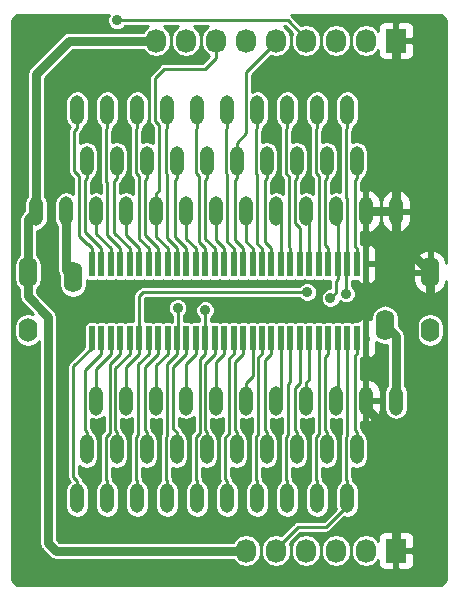
<source format=gtl>
G04 #@! TF.FileFunction,Copper,L1,Top,Signal*
%FSLAX46Y46*%
G04 Gerber Fmt 4.6, Leading zero omitted, Abs format (unit mm)*
G04 Created by KiCad (PCBNEW 4.0.2-stable) date 02/06/2016 21:55:55*
%MOMM*%
G01*
G04 APERTURE LIST*
%ADD10C,0.100000*%
%ADD11R,0.500000X2.100000*%
%ADD12O,1.600000X2.600000*%
%ADD13O,1.600000X2.000000*%
%ADD14R,1.727200X2.032000*%
%ADD15O,1.727200X2.032000*%
%ADD16O,1.200000X2.500000*%
%ADD17C,0.889000*%
%ADD18C,0.254000*%
%ADD19C,0.762000*%
G04 APERTURE END LIST*
D10*
D11*
X162960000Y-74270000D03*
X162160000Y-74270000D03*
X161360000Y-74270000D03*
X160560000Y-74270000D03*
X159760000Y-74270000D03*
X158960000Y-74270000D03*
X158160000Y-74270000D03*
X157360000Y-74270000D03*
X156560000Y-74270000D03*
X155760000Y-74270000D03*
X154960000Y-74270000D03*
X154160000Y-74270000D03*
X153360000Y-74270000D03*
X152560000Y-74270000D03*
X151760000Y-74270000D03*
X150960000Y-74270000D03*
X150160000Y-74270000D03*
X149360000Y-74270000D03*
X148560000Y-74270000D03*
X147760000Y-74270000D03*
X146960000Y-74270000D03*
X146160000Y-74270000D03*
X145360000Y-74270000D03*
X144560000Y-74270000D03*
X143760000Y-74270000D03*
X142960000Y-74270000D03*
X142160000Y-74270000D03*
X141360000Y-74270000D03*
X140560000Y-74270000D03*
X139760000Y-74270000D03*
X162960000Y-67970000D03*
X162160000Y-67970000D03*
X161360000Y-67970000D03*
X160560000Y-67970000D03*
X159760000Y-67970000D03*
X158960000Y-67970000D03*
X158160000Y-67970000D03*
X157360000Y-67970000D03*
X156560000Y-67970000D03*
X155760000Y-67970000D03*
X154960000Y-67970000D03*
X154160000Y-67970000D03*
X153360000Y-67970000D03*
X152560000Y-67970000D03*
X151760000Y-67970000D03*
X150960000Y-67970000D03*
X150160000Y-67970000D03*
X149360000Y-67970000D03*
X148560000Y-67970000D03*
X147760000Y-67970000D03*
X146960000Y-67970000D03*
X146160000Y-67970000D03*
X145360000Y-67970000D03*
X144560000Y-67970000D03*
X143760000Y-67970000D03*
X142960000Y-67970000D03*
X142160000Y-67970000D03*
X141360000Y-67970000D03*
X140560000Y-67970000D03*
X139760000Y-67970000D03*
D12*
X164560000Y-73120000D03*
X138160000Y-69120000D03*
X168385000Y-68670000D03*
X134335000Y-68670000D03*
D13*
X168385000Y-73570000D03*
X134335000Y-73570000D03*
D14*
X165500000Y-49060000D03*
D15*
X162960000Y-49060000D03*
X160420000Y-49060000D03*
X157880000Y-49060000D03*
X155340000Y-49060000D03*
X152800000Y-49060000D03*
X150260000Y-49060000D03*
X147720000Y-49060000D03*
X145180000Y-49060000D03*
D14*
X165500000Y-92240000D03*
D15*
X162960000Y-92240000D03*
X160420000Y-92240000D03*
X157880000Y-92240000D03*
X155340000Y-92240000D03*
X152800000Y-92240000D03*
D16*
X162960000Y-79540000D03*
X162160000Y-83680000D03*
X161360000Y-87820000D03*
X135020000Y-63500000D03*
X160420000Y-79540000D03*
X159620000Y-83680000D03*
X137560000Y-63500000D03*
X158820000Y-87820000D03*
X157880000Y-79540000D03*
X157080000Y-83680000D03*
X156280000Y-87820000D03*
X155340000Y-79540000D03*
X154540000Y-83680000D03*
X153740000Y-87820000D03*
X165500000Y-79540000D03*
X152800000Y-79540000D03*
X152000000Y-83680000D03*
X151200000Y-87820000D03*
X150260000Y-79540000D03*
X149460000Y-83680000D03*
X148660000Y-87820000D03*
X147720000Y-79540000D03*
X146920000Y-83680000D03*
X146120000Y-87820000D03*
X145180000Y-79540000D03*
X144380000Y-83680000D03*
X143580000Y-87820000D03*
X142640000Y-79540000D03*
X141840000Y-83680000D03*
X141040000Y-87820000D03*
X140100000Y-79540000D03*
X139300000Y-83680000D03*
X138500000Y-87820000D03*
X162960000Y-63500000D03*
X162160000Y-59220000D03*
X161360000Y-54940000D03*
X160420000Y-63500000D03*
X159620000Y-59220000D03*
X158820000Y-54940000D03*
X157880000Y-63500000D03*
X157080000Y-59220000D03*
X156280000Y-54940000D03*
X155340000Y-63500000D03*
X154540000Y-59220000D03*
X153740000Y-54940000D03*
X152800000Y-63500000D03*
X152000000Y-59220000D03*
X151200000Y-54940000D03*
X150260000Y-63500000D03*
X149460000Y-59220000D03*
X148660000Y-54940000D03*
X147720000Y-63500000D03*
X146920000Y-59220000D03*
X146120000Y-54940000D03*
X145180000Y-63500000D03*
X144380000Y-59220000D03*
X143580000Y-54940000D03*
X142640000Y-63500000D03*
X141840000Y-59220000D03*
X141040000Y-54940000D03*
X140100000Y-63500000D03*
X139300000Y-59220000D03*
X138500000Y-54940000D03*
X165500000Y-63500000D03*
D17*
X149350000Y-71880000D03*
X147010000Y-71700000D03*
X157990000Y-70360000D03*
X161280000Y-70490000D03*
X159950000Y-70870000D03*
X141880000Y-47350000D03*
D18*
X159590000Y-90240000D02*
X157187600Y-90240000D01*
X157187600Y-90240000D02*
X155340000Y-92087600D01*
X155340000Y-92087600D02*
X155340000Y-92240000D01*
X161360000Y-87820000D02*
X161360000Y-88470000D01*
X161360000Y-88470000D02*
X159590000Y-90240000D01*
X161360000Y-74270000D02*
X161360000Y-82514485D01*
X161360000Y-82514485D02*
X161229790Y-82644695D01*
X161229790Y-82644695D02*
X161229790Y-86185790D01*
X161360000Y-86316000D02*
X161360000Y-87820000D01*
X161229790Y-86185790D02*
X161360000Y-86316000D01*
X160560000Y-74270000D02*
X160560000Y-79400000D01*
X160560000Y-79400000D02*
X160420000Y-79540000D01*
X149350000Y-71880000D02*
X149350000Y-74260000D01*
X149350000Y-74260000D02*
X149360000Y-74270000D01*
X148870000Y-76064000D02*
X148870000Y-82304485D01*
X148870000Y-82304485D02*
X148529790Y-82644695D01*
X148529790Y-82644695D02*
X148529790Y-86185790D01*
X148529790Y-86185790D02*
X148660000Y-86316000D01*
X148660000Y-86316000D02*
X148660000Y-87820000D01*
X149360000Y-74270000D02*
X149360000Y-75574000D01*
X149360000Y-75574000D02*
X148870000Y-76064000D01*
X147010000Y-71700000D02*
X147010000Y-74220000D01*
X147010000Y-74220000D02*
X146960000Y-74270000D01*
X146090000Y-76444000D02*
X146110210Y-76464210D01*
X146110210Y-76464210D02*
X146110210Y-82524275D01*
X146110210Y-82524275D02*
X145989790Y-82644695D01*
X145989790Y-82644695D02*
X145989790Y-86185790D01*
X145989790Y-86185790D02*
X146120000Y-86316000D01*
X146120000Y-86316000D02*
X146120000Y-87820000D01*
X146960000Y-74270000D02*
X146960000Y-75574000D01*
X146960000Y-75574000D02*
X146090000Y-76444000D01*
X144060000Y-70360000D02*
X143760000Y-70660000D01*
X143760000Y-70660000D02*
X143760000Y-74270000D01*
X157990000Y-70360000D02*
X144060000Y-70360000D01*
X143760000Y-74270000D02*
X143760000Y-75574000D01*
X143760000Y-75574000D02*
X142640000Y-76694000D01*
X142640000Y-78036000D02*
X142640000Y-79540000D01*
X142640000Y-76694000D02*
X142640000Y-78036000D01*
X161280000Y-70490000D02*
X161280000Y-68050000D01*
X161280000Y-68050000D02*
X161360000Y-67970000D01*
X161360000Y-67970000D02*
X161360000Y-62474485D01*
X161360000Y-62474485D02*
X161229790Y-62344275D01*
X161229790Y-62344275D02*
X161229790Y-56574210D01*
X161229790Y-56574210D02*
X161360000Y-56444000D01*
X161360000Y-56444000D02*
X161360000Y-54940000D01*
X159950000Y-70870000D02*
X160394499Y-70425501D01*
X160394499Y-69439501D02*
X160560000Y-69274000D01*
X160394499Y-70425501D02*
X160394499Y-69439501D01*
X160560000Y-69274000D02*
X160560000Y-67970000D01*
X160560000Y-67970000D02*
X160560000Y-63640000D01*
X160560000Y-63640000D02*
X160420000Y-63500000D01*
X152000000Y-59220000D02*
X152000000Y-57716000D01*
X155340000Y-49212400D02*
X155340000Y-49060000D01*
X152000000Y-57716000D02*
X152809790Y-56906210D01*
X152809790Y-56906210D02*
X152809790Y-51742610D01*
X152809790Y-51742610D02*
X155340000Y-49212400D01*
X152560000Y-67970000D02*
X152560000Y-66666000D01*
X152560000Y-66666000D02*
X151869790Y-65975790D01*
X151869790Y-65975790D02*
X151869790Y-60854210D01*
X151869790Y-60854210D02*
X152000000Y-60724000D01*
X152000000Y-60724000D02*
X152000000Y-59220000D01*
X149300000Y-51470000D02*
X150260000Y-50510000D01*
X150260000Y-50510000D02*
X150260000Y-49060000D01*
X145840000Y-51470000D02*
X149300000Y-51470000D01*
X145080000Y-52230000D02*
X145840000Y-51470000D01*
X145080000Y-55865515D02*
X145080000Y-52230000D01*
X145400000Y-61776000D02*
X145400000Y-56185515D01*
X145400000Y-56185515D02*
X145080000Y-55865515D01*
X145180000Y-63500000D02*
X145180000Y-61996000D01*
X145180000Y-61996000D02*
X145400000Y-61776000D01*
X146160000Y-67970000D02*
X146160000Y-66666000D01*
X146160000Y-66666000D02*
X145180000Y-65686000D01*
X145180000Y-65686000D02*
X145180000Y-65004000D01*
X145180000Y-65004000D02*
X145180000Y-63500000D01*
X143730000Y-60535515D02*
X143730000Y-65836000D01*
X143730000Y-65836000D02*
X144560000Y-66666000D01*
X144560000Y-66666000D02*
X144560000Y-67970000D01*
X143580000Y-54940000D02*
X143580000Y-56444000D01*
X143580000Y-56444000D02*
X143449790Y-56574210D01*
X143449790Y-56574210D02*
X143449790Y-60255305D01*
X143449790Y-60255305D02*
X143730000Y-60535515D01*
X141880000Y-47350000D02*
X156322400Y-47350000D01*
X156322400Y-47350000D02*
X157880000Y-48907600D01*
X157880000Y-48907600D02*
X157880000Y-49060000D01*
X140909790Y-60959790D02*
X141030210Y-61080210D01*
X141030210Y-61080210D02*
X141030210Y-65536210D01*
X141030210Y-65536210D02*
X142160000Y-66666000D01*
X142160000Y-66666000D02*
X142160000Y-67970000D01*
X141040000Y-54940000D02*
X141040000Y-56444000D01*
X141040000Y-56444000D02*
X140909790Y-56574210D01*
X140909790Y-56574210D02*
X140909790Y-60959790D01*
X164440000Y-67940000D02*
X164410000Y-67970000D01*
X164410000Y-67970000D02*
X162960000Y-67970000D01*
X162930000Y-72120000D02*
X162960000Y-72150000D01*
X162960000Y-72150000D02*
X162960000Y-74270000D01*
D19*
X162930000Y-71270000D02*
X162930000Y-72120000D01*
X163360000Y-70840000D02*
X162930000Y-71270000D01*
X165160000Y-70840000D02*
X163360000Y-70840000D01*
X166436210Y-72116210D02*
X165160000Y-70840000D01*
X167000790Y-72116210D02*
X166436210Y-72116210D01*
X165500000Y-66880000D02*
X164440000Y-67940000D01*
X165500000Y-65785000D02*
X165500000Y-66880000D01*
X168385000Y-68670000D02*
X168385000Y-70732000D01*
X168385000Y-70732000D02*
X167000790Y-72116210D01*
X167000790Y-72116210D02*
X167000790Y-80579210D01*
X167000790Y-80579210D02*
X165500000Y-82080000D01*
X165500000Y-92240000D02*
X165500000Y-82080000D01*
X165500000Y-82080000D02*
X164972000Y-81552000D01*
X164972000Y-81552000D02*
X164322000Y-81552000D01*
X164322000Y-81552000D02*
X162960000Y-80190000D01*
X162960000Y-80190000D02*
X162960000Y-79540000D01*
X165500000Y-63500000D02*
X165500000Y-61488000D01*
X165500000Y-61488000D02*
X165500000Y-49060000D01*
X165500000Y-63500000D02*
X162960000Y-63500000D01*
X165500000Y-63500000D02*
X165500000Y-65785000D01*
X165500000Y-65785000D02*
X168385000Y-68670000D01*
D18*
X162160000Y-74270000D02*
X162160000Y-75574000D01*
X162160000Y-75574000D02*
X162029790Y-75704210D01*
X162029790Y-75704210D02*
X162029790Y-82045790D01*
X162160000Y-82176000D02*
X162160000Y-83680000D01*
X162029790Y-82045790D02*
X162160000Y-82176000D01*
X159620000Y-83680000D02*
X159620000Y-82176000D01*
X159620000Y-82176000D02*
X159489790Y-82045790D01*
X159489790Y-82045790D02*
X159489790Y-75844210D01*
X159489790Y-75844210D02*
X159760000Y-75574000D01*
X159760000Y-75574000D02*
X159760000Y-74270000D01*
X158960000Y-74270000D02*
X158960000Y-82374485D01*
X158960000Y-82374485D02*
X158689790Y-82644695D01*
X158689790Y-86185790D02*
X158820000Y-86316000D01*
X158689790Y-82644695D02*
X158689790Y-86185790D01*
X158820000Y-86316000D02*
X158820000Y-87820000D01*
X157880000Y-79540000D02*
X157880000Y-78036000D01*
X157880000Y-78036000D02*
X158160000Y-77756000D01*
X158160000Y-77756000D02*
X158160000Y-75574000D01*
X158160000Y-75574000D02*
X158160000Y-74270000D01*
X157360000Y-74270000D02*
X157360000Y-78094485D01*
X157360000Y-78094485D02*
X156949790Y-78504695D01*
X156949790Y-78504695D02*
X156949790Y-82045790D01*
X156949790Y-82045790D02*
X157080000Y-82176000D01*
X157080000Y-82176000D02*
X157080000Y-83680000D01*
X156330000Y-78160000D02*
X156330000Y-82464485D01*
X156149790Y-86185790D02*
X156280000Y-86316000D01*
X156330000Y-82464485D02*
X156149790Y-82644695D01*
X156149790Y-82644695D02*
X156149790Y-86185790D01*
X156280000Y-86316000D02*
X156280000Y-87820000D01*
X156560000Y-77930000D02*
X156330000Y-78160000D01*
X156560000Y-74270000D02*
X156560000Y-77930000D01*
X155760000Y-74270000D02*
X155760000Y-79120000D01*
X155760000Y-79120000D02*
X155340000Y-79540000D01*
X154960000Y-74270000D02*
X154960000Y-75574000D01*
X154409790Y-76124210D02*
X154409790Y-82045790D01*
X154960000Y-75574000D02*
X154409790Y-76124210D01*
X154409790Y-82045790D02*
X154540000Y-82176000D01*
X154540000Y-82176000D02*
X154540000Y-83680000D01*
X153850000Y-75884000D02*
X153850000Y-82404485D01*
X153850000Y-82404485D02*
X153609790Y-82644695D01*
X153609790Y-82644695D02*
X153609790Y-86185790D01*
X153609790Y-86185790D02*
X153740000Y-86316000D01*
X153740000Y-86316000D02*
X153740000Y-87820000D01*
X154160000Y-74270000D02*
X154160000Y-75574000D01*
X154160000Y-75574000D02*
X153850000Y-75884000D01*
X152800000Y-79540000D02*
X152800000Y-78036000D01*
X152800000Y-78036000D02*
X153360000Y-77476000D01*
X153360000Y-75574000D02*
X153360000Y-74270000D01*
X153360000Y-77476000D02*
X153360000Y-75574000D01*
X152000000Y-82176000D02*
X152000000Y-83680000D01*
X151869790Y-82045790D02*
X152000000Y-82176000D01*
X151869790Y-76264210D02*
X151869790Y-82045790D01*
X152560000Y-75574000D02*
X151869790Y-76264210D01*
X152560000Y-74270000D02*
X152560000Y-75574000D01*
X151050000Y-82664485D02*
X151050000Y-86166000D01*
X151050000Y-86166000D02*
X151200000Y-86316000D01*
X151200000Y-86316000D02*
X151200000Y-87820000D01*
X151370000Y-75964000D02*
X151370000Y-82344485D01*
X151370000Y-82344485D02*
X151050000Y-82664485D01*
X151760000Y-74270000D02*
X151760000Y-75574000D01*
X151760000Y-75574000D02*
X151370000Y-75964000D01*
X150960000Y-74270000D02*
X150960000Y-75574000D01*
X150960000Y-75574000D02*
X150260000Y-76274000D01*
X150260000Y-76274000D02*
X150260000Y-78036000D01*
X150260000Y-78036000D02*
X150260000Y-79540000D01*
X149327211Y-82043211D02*
X149460000Y-82176000D01*
X150160000Y-75574000D02*
X149327211Y-76406789D01*
X149327211Y-76406789D02*
X149327211Y-82043211D01*
X149460000Y-82176000D02*
X149460000Y-83680000D01*
X150160000Y-74270000D02*
X150160000Y-75574000D01*
X148560000Y-74270000D02*
X148560000Y-75574000D01*
X148560000Y-75574000D02*
X147720000Y-76414000D01*
X147720000Y-76414000D02*
X147720000Y-78036000D01*
X147720000Y-78036000D02*
X147720000Y-79540000D01*
X146660000Y-76674000D02*
X146660000Y-81916000D01*
X146660000Y-81916000D02*
X146920000Y-82176000D01*
X146920000Y-82176000D02*
X146920000Y-83680000D01*
X147760000Y-74270000D02*
X147760000Y-75574000D01*
X147760000Y-75574000D02*
X146660000Y-76674000D01*
X146160000Y-74270000D02*
X146160000Y-75574000D01*
X146160000Y-75574000D02*
X145180000Y-76554000D01*
X145180000Y-76554000D02*
X145180000Y-78036000D01*
X145180000Y-78036000D02*
X145180000Y-79540000D01*
X144220000Y-76714000D02*
X144220000Y-82016000D01*
X144220000Y-82016000D02*
X144380000Y-82176000D01*
X144380000Y-82176000D02*
X144380000Y-83680000D01*
X145360000Y-74270000D02*
X145360000Y-75574000D01*
X145360000Y-75574000D02*
X144220000Y-76714000D01*
X143660000Y-76474000D02*
X143660000Y-82434485D01*
X143660000Y-82434485D02*
X143449790Y-82644695D01*
X143449790Y-82644695D02*
X143449790Y-86185790D01*
X143449790Y-86185790D02*
X143580000Y-86316000D01*
X143580000Y-86316000D02*
X143580000Y-87820000D01*
X144560000Y-74270000D02*
X144560000Y-75574000D01*
X144560000Y-75574000D02*
X143660000Y-76474000D01*
X142960000Y-74270000D02*
X142960000Y-75574000D01*
X142960000Y-75574000D02*
X141709790Y-76824210D01*
X141709790Y-76824210D02*
X141709790Y-82045790D01*
X141709790Y-82045790D02*
X141840000Y-82176000D01*
X141840000Y-82176000D02*
X141840000Y-83680000D01*
X141250000Y-76484000D02*
X141250000Y-82304485D01*
X141250000Y-82304485D02*
X140909790Y-82644695D01*
X140909790Y-82644695D02*
X140909790Y-86185790D01*
X140909790Y-86185790D02*
X141040000Y-86316000D01*
X141040000Y-86316000D02*
X141040000Y-87820000D01*
X142160000Y-74270000D02*
X142160000Y-75574000D01*
X142160000Y-75574000D02*
X141250000Y-76484000D01*
X141360000Y-74270000D02*
X141360000Y-75574000D01*
X141360000Y-75574000D02*
X140100000Y-76834000D01*
X140100000Y-76834000D02*
X140100000Y-78036000D01*
X140100000Y-78036000D02*
X140100000Y-79540000D01*
X140560000Y-74270000D02*
X140560000Y-75574000D01*
X140560000Y-75574000D02*
X139169790Y-76964210D01*
X139300000Y-82176000D02*
X139300000Y-83680000D01*
X139169790Y-76964210D02*
X139169790Y-82045790D01*
X139169790Y-82045790D02*
X139300000Y-82176000D01*
X138190000Y-76640000D02*
X138190000Y-86006000D01*
X138190000Y-86006000D02*
X138500000Y-86316000D01*
X138500000Y-86316000D02*
X138500000Y-87820000D01*
X139760000Y-74270000D02*
X139760000Y-75070000D01*
X139760000Y-75070000D02*
X138190000Y-76640000D01*
X162160000Y-67970000D02*
X162160000Y-66666000D01*
X162029790Y-60854210D02*
X162160000Y-60724000D01*
X162160000Y-66666000D02*
X162029790Y-66535790D01*
X162029790Y-66535790D02*
X162029790Y-60854210D01*
X162160000Y-60724000D02*
X162160000Y-59220000D01*
X159760000Y-67970000D02*
X159760000Y-66666000D01*
X159760000Y-66666000D02*
X159489790Y-66395790D01*
X159489790Y-66395790D02*
X159489790Y-60854210D01*
X159489790Y-60854210D02*
X159620000Y-60724000D01*
X159620000Y-60724000D02*
X159620000Y-59220000D01*
X158960000Y-67970000D02*
X158960000Y-60525515D01*
X158960000Y-60525515D02*
X158689790Y-60255305D01*
X158689790Y-60255305D02*
X158689790Y-56574210D01*
X158689790Y-56574210D02*
X158820000Y-56444000D01*
X158820000Y-56444000D02*
X158820000Y-54940000D01*
X158160000Y-67970000D02*
X158160000Y-63780000D01*
X158160000Y-63780000D02*
X157880000Y-63500000D01*
X157360000Y-67970000D02*
X157360000Y-64945515D01*
X157360000Y-64945515D02*
X156949790Y-64535305D01*
X156949790Y-60854210D02*
X157080000Y-60724000D01*
X156949790Y-64535305D02*
X156949790Y-60854210D01*
X157080000Y-60724000D02*
X157080000Y-59220000D01*
X156560000Y-67970000D02*
X156560000Y-66666000D01*
X156560000Y-66666000D02*
X156470000Y-66576000D01*
X156470000Y-66576000D02*
X156470000Y-60575515D01*
X156470000Y-60575515D02*
X156149790Y-60255305D01*
X156149790Y-60255305D02*
X156149790Y-56574210D01*
X156149790Y-56574210D02*
X156280000Y-56444000D01*
X156280000Y-56444000D02*
X156280000Y-54940000D01*
X155760000Y-67970000D02*
X155760000Y-63920000D01*
X155760000Y-63920000D02*
X155340000Y-63500000D01*
X154960000Y-67970000D02*
X154960000Y-66666000D01*
X154960000Y-66666000D02*
X154409790Y-66115790D01*
X154409790Y-66115790D02*
X154409790Y-60854210D01*
X154409790Y-60854210D02*
X154540000Y-60724000D01*
X154540000Y-60724000D02*
X154540000Y-59220000D01*
X153760000Y-66266000D02*
X153760000Y-60405515D01*
X153760000Y-60405515D02*
X153609790Y-60255305D01*
X153609790Y-60255305D02*
X153609790Y-56574210D01*
X153609790Y-56574210D02*
X153740000Y-56444000D01*
X153740000Y-56444000D02*
X153740000Y-54940000D01*
X154160000Y-67970000D02*
X154160000Y-66666000D01*
X154160000Y-66666000D02*
X153760000Y-66266000D01*
X153360000Y-67970000D02*
X153360000Y-66666000D01*
X153360000Y-66666000D02*
X152800000Y-66106000D01*
X152800000Y-66106000D02*
X152800000Y-65004000D01*
X152800000Y-65004000D02*
X152800000Y-63500000D01*
X151760000Y-67970000D02*
X151760000Y-66666000D01*
X151760000Y-66666000D02*
X151190210Y-66096210D01*
X151190210Y-66096210D02*
X151190210Y-60375725D01*
X151190210Y-60375725D02*
X151069790Y-60255305D01*
X151069790Y-60255305D02*
X151069790Y-56574210D01*
X151069790Y-56574210D02*
X151200000Y-56444000D01*
X151200000Y-56444000D02*
X151200000Y-54940000D01*
X150960000Y-67970000D02*
X150960000Y-66666000D01*
X150960000Y-66666000D02*
X150260000Y-65966000D01*
X150260000Y-65966000D02*
X150260000Y-63500000D01*
X150160000Y-67970000D02*
X150160000Y-66666000D01*
X150160000Y-66666000D02*
X149329790Y-65835790D01*
X149329790Y-65835790D02*
X149329790Y-60854210D01*
X149329790Y-60854210D02*
X149460000Y-60724000D01*
X149460000Y-60724000D02*
X149460000Y-59220000D01*
X148830000Y-66136000D02*
X148830000Y-60555515D01*
X148830000Y-60555515D02*
X148529790Y-60255305D01*
X148529790Y-60255305D02*
X148529790Y-56574210D01*
X148529790Y-56574210D02*
X148660000Y-56444000D01*
X148660000Y-56444000D02*
X148660000Y-54940000D01*
X149360000Y-67970000D02*
X149360000Y-66666000D01*
X149360000Y-66666000D02*
X148830000Y-66136000D01*
X148560000Y-67970000D02*
X148560000Y-66666000D01*
X148560000Y-66666000D02*
X147720000Y-65826000D01*
X147720000Y-65826000D02*
X147720000Y-65004000D01*
X147720000Y-65004000D02*
X147720000Y-63500000D01*
X147760000Y-67970000D02*
X147760000Y-66666000D01*
X147760000Y-66666000D02*
X146789790Y-65695790D01*
X146920000Y-60724000D02*
X146920000Y-59220000D01*
X146789790Y-65695790D02*
X146789790Y-60854210D01*
X146789790Y-60854210D02*
X146920000Y-60724000D01*
X146960000Y-67970000D02*
X146960000Y-66666000D01*
X146110210Y-60375725D02*
X145989790Y-60255305D01*
X146960000Y-66666000D02*
X146110210Y-65816210D01*
X146110210Y-65816210D02*
X146110210Y-60375725D01*
X145989790Y-60255305D02*
X145989790Y-56574210D01*
X145989790Y-56574210D02*
X146120000Y-56444000D01*
X146120000Y-56444000D02*
X146120000Y-54940000D01*
X145360000Y-67970000D02*
X145360000Y-66666000D01*
X145360000Y-66666000D02*
X144249790Y-65555790D01*
X144249790Y-65555790D02*
X144249790Y-60854210D01*
X144249790Y-60854210D02*
X144380000Y-60724000D01*
X144380000Y-60724000D02*
X144380000Y-59220000D01*
X143760000Y-67970000D02*
X143760000Y-66666000D01*
X143760000Y-66666000D02*
X142640000Y-65546000D01*
X142640000Y-65546000D02*
X142640000Y-65004000D01*
X142640000Y-65004000D02*
X142640000Y-63500000D01*
X141650000Y-65356000D02*
X141650000Y-60914000D01*
X141650000Y-60914000D02*
X141840000Y-60724000D01*
X141840000Y-60724000D02*
X141840000Y-59220000D01*
X142960000Y-67970000D02*
X142960000Y-66666000D01*
X142960000Y-66666000D02*
X141650000Y-65356000D01*
X141360000Y-67970000D02*
X141360000Y-66666000D01*
X141360000Y-66666000D02*
X140100000Y-65406000D01*
X140100000Y-65406000D02*
X140100000Y-65004000D01*
X140100000Y-65004000D02*
X140100000Y-63500000D01*
X139300000Y-60724000D02*
X139300000Y-59220000D01*
X139169790Y-65275790D02*
X139169790Y-60854210D01*
X139169790Y-60854210D02*
X139300000Y-60724000D01*
X140560000Y-66666000D02*
X139169790Y-65275790D01*
X140560000Y-67970000D02*
X140560000Y-66666000D01*
X138250000Y-60135515D02*
X138250000Y-56694000D01*
X138250000Y-56694000D02*
X138500000Y-56444000D01*
X138500000Y-56444000D02*
X138500000Y-54940000D01*
X138630000Y-65610000D02*
X138630000Y-60515515D01*
X138630000Y-60515515D02*
X138250000Y-60135515D01*
X139320000Y-66300000D02*
X138630000Y-65610000D01*
X139394000Y-66300000D02*
X139320000Y-66300000D01*
X139760000Y-67970000D02*
X139760000Y-66666000D01*
X139760000Y-66666000D02*
X139394000Y-66300000D01*
D19*
X165500000Y-79540000D02*
X165500000Y-74060000D01*
X165500000Y-74060000D02*
X164560000Y-73120000D01*
X138160000Y-69120000D02*
X137560000Y-68520000D01*
X137560000Y-68520000D02*
X137560000Y-63500000D01*
X136040000Y-91590000D02*
X136040000Y-72437000D01*
X134335000Y-70732000D02*
X134335000Y-68670000D01*
X136040000Y-72437000D02*
X134335000Y-70732000D01*
X136690000Y-92240000D02*
X136040000Y-91590000D01*
X152800000Y-92240000D02*
X136690000Y-92240000D01*
X135020000Y-51880000D02*
X137840000Y-49060000D01*
X137840000Y-49060000D02*
X145180000Y-49060000D01*
X135020000Y-63500000D02*
X135020000Y-51880000D01*
X134335000Y-68670000D02*
X134335000Y-64185000D01*
X134335000Y-64185000D02*
X135020000Y-63500000D01*
D18*
G36*
X141054643Y-47185077D02*
X141054357Y-47513482D01*
X141179767Y-47816998D01*
X141411781Y-48049417D01*
X141715077Y-48175357D01*
X142043482Y-48175643D01*
X142346998Y-48050233D01*
X142539567Y-47858000D01*
X144512702Y-47858000D01*
X144299935Y-48000166D01*
X144100929Y-48298000D01*
X137840000Y-48298000D01*
X137548395Y-48356004D01*
X137301184Y-48521185D01*
X134481185Y-51341185D01*
X134316004Y-51588395D01*
X134258000Y-51880000D01*
X134258000Y-62226635D01*
X134113674Y-62442635D01*
X134039000Y-62818047D01*
X134039000Y-63403370D01*
X133796185Y-63646185D01*
X133631004Y-63893395D01*
X133573000Y-64185000D01*
X133573000Y-67253135D01*
X133499907Y-67301974D01*
X133243898Y-67685118D01*
X133154000Y-68137067D01*
X133154000Y-69202933D01*
X133243898Y-69654882D01*
X133499907Y-70038026D01*
X133573000Y-70086865D01*
X133573000Y-70732000D01*
X133631004Y-71023605D01*
X133768385Y-71229210D01*
X133796185Y-71270815D01*
X134774796Y-72249426D01*
X134335000Y-72161945D01*
X133883051Y-72251843D01*
X133499907Y-72507852D01*
X133243898Y-72890996D01*
X133154000Y-73342945D01*
X133154000Y-73797055D01*
X133243898Y-74249004D01*
X133499907Y-74632148D01*
X133883051Y-74888157D01*
X134335000Y-74978055D01*
X134786949Y-74888157D01*
X135170093Y-74632148D01*
X135278000Y-74470654D01*
X135278000Y-91590000D01*
X135336004Y-91881605D01*
X135473646Y-92087600D01*
X135501185Y-92128815D01*
X136151185Y-92778815D01*
X136398395Y-92943996D01*
X136690000Y-93002000D01*
X151720929Y-93002000D01*
X151919935Y-93299834D01*
X152323712Y-93569629D01*
X152800000Y-93664369D01*
X153276288Y-93569629D01*
X153680065Y-93299834D01*
X153949860Y-92896057D01*
X154044600Y-92419769D01*
X154044600Y-92060231D01*
X153949860Y-91583943D01*
X153680065Y-91180166D01*
X153276288Y-90910371D01*
X152800000Y-90815631D01*
X152323712Y-90910371D01*
X151919935Y-91180166D01*
X151720929Y-91478000D01*
X137005630Y-91478000D01*
X136802000Y-91274370D01*
X136802000Y-87138047D01*
X137519000Y-87138047D01*
X137519000Y-88501953D01*
X137593674Y-88877365D01*
X137806328Y-89195625D01*
X138124588Y-89408279D01*
X138500000Y-89482953D01*
X138875412Y-89408279D01*
X139193672Y-89195625D01*
X139406326Y-88877365D01*
X139481000Y-88501953D01*
X139481000Y-87138047D01*
X139406326Y-86762635D01*
X139193672Y-86444375D01*
X139008000Y-86320313D01*
X139008000Y-86316000D01*
X138991236Y-86231721D01*
X138969331Y-86121596D01*
X138859210Y-85956790D01*
X138698000Y-85795580D01*
X138698000Y-85116878D01*
X138924588Y-85268279D01*
X139300000Y-85342953D01*
X139675412Y-85268279D01*
X139993672Y-85055625D01*
X140206326Y-84737365D01*
X140281000Y-84361953D01*
X140281000Y-82998047D01*
X140206326Y-82622635D01*
X139993672Y-82304375D01*
X139808000Y-82180313D01*
X139808000Y-82176000D01*
X139769331Y-81981597D01*
X139677790Y-81844597D01*
X139677790Y-81097010D01*
X139724588Y-81128279D01*
X140100000Y-81202953D01*
X140475412Y-81128279D01*
X140742000Y-80950151D01*
X140742000Y-82094064D01*
X140550580Y-82285485D01*
X140440459Y-82450292D01*
X140401790Y-82644695D01*
X140401790Y-86185790D01*
X140440459Y-86380193D01*
X140441053Y-86381082D01*
X140346328Y-86444375D01*
X140133674Y-86762635D01*
X140059000Y-87138047D01*
X140059000Y-88501953D01*
X140133674Y-88877365D01*
X140346328Y-89195625D01*
X140664588Y-89408279D01*
X141040000Y-89482953D01*
X141415412Y-89408279D01*
X141733672Y-89195625D01*
X141946326Y-88877365D01*
X142021000Y-88501953D01*
X142021000Y-87138047D01*
X141946326Y-86762635D01*
X141733672Y-86444375D01*
X141548000Y-86320313D01*
X141548000Y-86316000D01*
X141509331Y-86121597D01*
X141417790Y-85984597D01*
X141417790Y-85237010D01*
X141464588Y-85268279D01*
X141840000Y-85342953D01*
X142215412Y-85268279D01*
X142533672Y-85055625D01*
X142746326Y-84737365D01*
X142821000Y-84361953D01*
X142821000Y-82998047D01*
X142746326Y-82622635D01*
X142533672Y-82304375D01*
X142348000Y-82180313D01*
X142348000Y-82176000D01*
X142309331Y-81981597D01*
X142217790Y-81844597D01*
X142217790Y-81097010D01*
X142264588Y-81128279D01*
X142640000Y-81202953D01*
X143015412Y-81128279D01*
X143152000Y-81037014D01*
X143152000Y-82224065D01*
X143090580Y-82285485D01*
X142980459Y-82450292D01*
X142941790Y-82644695D01*
X142941790Y-86185790D01*
X142980459Y-86380193D01*
X142981053Y-86381082D01*
X142886328Y-86444375D01*
X142673674Y-86762635D01*
X142599000Y-87138047D01*
X142599000Y-88501953D01*
X142673674Y-88877365D01*
X142886328Y-89195625D01*
X143204588Y-89408279D01*
X143580000Y-89482953D01*
X143955412Y-89408279D01*
X144273672Y-89195625D01*
X144486326Y-88877365D01*
X144561000Y-88501953D01*
X144561000Y-87138047D01*
X144486326Y-86762635D01*
X144273672Y-86444375D01*
X144088000Y-86320313D01*
X144088000Y-86316000D01*
X144049331Y-86121597D01*
X143957790Y-85984597D01*
X143957790Y-85237010D01*
X144004588Y-85268279D01*
X144380000Y-85342953D01*
X144755412Y-85268279D01*
X145073672Y-85055625D01*
X145286326Y-84737365D01*
X145361000Y-84361953D01*
X145361000Y-82998047D01*
X145286326Y-82622635D01*
X145073672Y-82304375D01*
X144888000Y-82180313D01*
X144888000Y-82176000D01*
X144861587Y-82043211D01*
X144849331Y-81981596D01*
X144739210Y-81816790D01*
X144728000Y-81805580D01*
X144728000Y-81077105D01*
X144804588Y-81128279D01*
X145180000Y-81202953D01*
X145555412Y-81128279D01*
X145602210Y-81097010D01*
X145602210Y-82327944D01*
X145520459Y-82450292D01*
X145481790Y-82644695D01*
X145481790Y-86185790D01*
X145520459Y-86380193D01*
X145521053Y-86381082D01*
X145426328Y-86444375D01*
X145213674Y-86762635D01*
X145139000Y-87138047D01*
X145139000Y-88501953D01*
X145213674Y-88877365D01*
X145426328Y-89195625D01*
X145744588Y-89408279D01*
X146120000Y-89482953D01*
X146495412Y-89408279D01*
X146813672Y-89195625D01*
X147026326Y-88877365D01*
X147101000Y-88501953D01*
X147101000Y-87138047D01*
X147026326Y-86762635D01*
X146813672Y-86444375D01*
X146628000Y-86320313D01*
X146628000Y-86316000D01*
X146589331Y-86121597D01*
X146497790Y-85984597D01*
X146497790Y-85237010D01*
X146544588Y-85268279D01*
X146920000Y-85342953D01*
X147295412Y-85268279D01*
X147613672Y-85055625D01*
X147826326Y-84737365D01*
X147901000Y-84361953D01*
X147901000Y-82998047D01*
X147826326Y-82622635D01*
X147613672Y-82304375D01*
X147428000Y-82180313D01*
X147428000Y-82176000D01*
X147389331Y-81981597D01*
X147358299Y-81935154D01*
X147279211Y-81816790D01*
X147168000Y-81705579D01*
X147168000Y-81010287D01*
X147344588Y-81128279D01*
X147720000Y-81202953D01*
X148095412Y-81128279D01*
X148362000Y-80950151D01*
X148362000Y-82094064D01*
X148170580Y-82285485D01*
X148060459Y-82450292D01*
X148021790Y-82644695D01*
X148021790Y-86185790D01*
X148060459Y-86380193D01*
X148061053Y-86381082D01*
X147966328Y-86444375D01*
X147753674Y-86762635D01*
X147679000Y-87138047D01*
X147679000Y-88501953D01*
X147753674Y-88877365D01*
X147966328Y-89195625D01*
X148284588Y-89408279D01*
X148660000Y-89482953D01*
X149035412Y-89408279D01*
X149353672Y-89195625D01*
X149566326Y-88877365D01*
X149641000Y-88501953D01*
X149641000Y-87138047D01*
X149566326Y-86762635D01*
X149353672Y-86444375D01*
X149168000Y-86320313D01*
X149168000Y-86316000D01*
X149129331Y-86121597D01*
X149037790Y-85984597D01*
X149037790Y-85237010D01*
X149084588Y-85268279D01*
X149460000Y-85342953D01*
X149835412Y-85268279D01*
X150153672Y-85055625D01*
X150366326Y-84737365D01*
X150441000Y-84361953D01*
X150441000Y-82998047D01*
X150366326Y-82622635D01*
X150153672Y-82304375D01*
X149968000Y-82180313D01*
X149968000Y-82176000D01*
X149929331Y-81981597D01*
X149835211Y-81840737D01*
X149835211Y-81095286D01*
X149884588Y-81128279D01*
X150260000Y-81202953D01*
X150635412Y-81128279D01*
X150862000Y-80976878D01*
X150862000Y-82134065D01*
X150690790Y-82305275D01*
X150580669Y-82470082D01*
X150542000Y-82664485D01*
X150542000Y-86166000D01*
X150580669Y-86360403D01*
X150596513Y-86384115D01*
X150506328Y-86444375D01*
X150293674Y-86762635D01*
X150219000Y-87138047D01*
X150219000Y-88501953D01*
X150293674Y-88877365D01*
X150506328Y-89195625D01*
X150824588Y-89408279D01*
X151200000Y-89482953D01*
X151575412Y-89408279D01*
X151893672Y-89195625D01*
X152106326Y-88877365D01*
X152181000Y-88501953D01*
X152181000Y-87138047D01*
X152106326Y-86762635D01*
X151893672Y-86444375D01*
X151708000Y-86320313D01*
X151708000Y-86316000D01*
X151669331Y-86121597D01*
X151559210Y-85956790D01*
X151558000Y-85955580D01*
X151558000Y-85223786D01*
X151624588Y-85268279D01*
X152000000Y-85342953D01*
X152375412Y-85268279D01*
X152693672Y-85055625D01*
X152906326Y-84737365D01*
X152981000Y-84361953D01*
X152981000Y-82998047D01*
X152906326Y-82622635D01*
X152693672Y-82304375D01*
X152508000Y-82180313D01*
X152508000Y-82176000D01*
X152469331Y-81981597D01*
X152377790Y-81844597D01*
X152377790Y-81097010D01*
X152424588Y-81128279D01*
X152800000Y-81202953D01*
X153175412Y-81128279D01*
X153342000Y-81016969D01*
X153342000Y-82194065D01*
X153250580Y-82285485D01*
X153140459Y-82450292D01*
X153101790Y-82644695D01*
X153101790Y-86185790D01*
X153140459Y-86380193D01*
X153141053Y-86381082D01*
X153046328Y-86444375D01*
X152833674Y-86762635D01*
X152759000Y-87138047D01*
X152759000Y-88501953D01*
X152833674Y-88877365D01*
X153046328Y-89195625D01*
X153364588Y-89408279D01*
X153740000Y-89482953D01*
X154115412Y-89408279D01*
X154433672Y-89195625D01*
X154646326Y-88877365D01*
X154721000Y-88501953D01*
X154721000Y-87138047D01*
X154646326Y-86762635D01*
X154433672Y-86444375D01*
X154248000Y-86320313D01*
X154248000Y-86316000D01*
X154209331Y-86121597D01*
X154117790Y-85984597D01*
X154117790Y-85237010D01*
X154164588Y-85268279D01*
X154540000Y-85342953D01*
X154915412Y-85268279D01*
X155233672Y-85055625D01*
X155446326Y-84737365D01*
X155521000Y-84361953D01*
X155521000Y-82998047D01*
X155446326Y-82622635D01*
X155233672Y-82304375D01*
X155048000Y-82180313D01*
X155048000Y-82176000D01*
X155009331Y-81981597D01*
X154917790Y-81844597D01*
X154917790Y-81097010D01*
X154964588Y-81128279D01*
X155340000Y-81202953D01*
X155715412Y-81128279D01*
X155822000Y-81057059D01*
X155822000Y-82254065D01*
X155790580Y-82285485D01*
X155680459Y-82450292D01*
X155641790Y-82644695D01*
X155641790Y-86185790D01*
X155680459Y-86380193D01*
X155681053Y-86381082D01*
X155586328Y-86444375D01*
X155373674Y-86762635D01*
X155299000Y-87138047D01*
X155299000Y-88501953D01*
X155373674Y-88877365D01*
X155586328Y-89195625D01*
X155904588Y-89408279D01*
X156280000Y-89482953D01*
X156655412Y-89408279D01*
X156973672Y-89195625D01*
X157186326Y-88877365D01*
X157261000Y-88501953D01*
X157261000Y-87138047D01*
X157186326Y-86762635D01*
X156973672Y-86444375D01*
X156788000Y-86320313D01*
X156788000Y-86316000D01*
X156749331Y-86121597D01*
X156657790Y-85984597D01*
X156657790Y-85237010D01*
X156704588Y-85268279D01*
X157080000Y-85342953D01*
X157455412Y-85268279D01*
X157773672Y-85055625D01*
X157986326Y-84737365D01*
X158061000Y-84361953D01*
X158061000Y-82998047D01*
X157986326Y-82622635D01*
X157773672Y-82304375D01*
X157588000Y-82180313D01*
X157588000Y-82176000D01*
X157549331Y-81981597D01*
X157457790Y-81844597D01*
X157457790Y-81097010D01*
X157504588Y-81128279D01*
X157880000Y-81202953D01*
X158255412Y-81128279D01*
X158452000Y-80996923D01*
X158452000Y-82164065D01*
X158330580Y-82285485D01*
X158220459Y-82450292D01*
X158181790Y-82644695D01*
X158181790Y-86185790D01*
X158220459Y-86380193D01*
X158221053Y-86381082D01*
X158126328Y-86444375D01*
X157913674Y-86762635D01*
X157839000Y-87138047D01*
X157839000Y-88501953D01*
X157913674Y-88877365D01*
X158126328Y-89195625D01*
X158444588Y-89408279D01*
X158820000Y-89482953D01*
X159195412Y-89408279D01*
X159513672Y-89195625D01*
X159726326Y-88877365D01*
X159801000Y-88501953D01*
X159801000Y-87138047D01*
X159726326Y-86762635D01*
X159513672Y-86444375D01*
X159328000Y-86320313D01*
X159328000Y-86316000D01*
X159289331Y-86121597D01*
X159197790Y-85984597D01*
X159197790Y-85237010D01*
X159244588Y-85268279D01*
X159620000Y-85342953D01*
X159995412Y-85268279D01*
X160313672Y-85055625D01*
X160526326Y-84737365D01*
X160601000Y-84361953D01*
X160601000Y-82998047D01*
X160526326Y-82622635D01*
X160313672Y-82304375D01*
X160128000Y-82180313D01*
X160128000Y-82176000D01*
X160089331Y-81981597D01*
X159997790Y-81844597D01*
X159997790Y-81097010D01*
X160044588Y-81128279D01*
X160420000Y-81202953D01*
X160795412Y-81128279D01*
X160852000Y-81090468D01*
X160852000Y-82313292D01*
X160760459Y-82450292D01*
X160721790Y-82644695D01*
X160721790Y-86185790D01*
X160760459Y-86380193D01*
X160761053Y-86381082D01*
X160666328Y-86444375D01*
X160453674Y-86762635D01*
X160379000Y-87138047D01*
X160379000Y-88501953D01*
X160417263Y-88694317D01*
X159379580Y-89732000D01*
X157187600Y-89732000D01*
X156993197Y-89770669D01*
X156828390Y-89880790D01*
X155801709Y-90907471D01*
X155340000Y-90815631D01*
X154863712Y-90910371D01*
X154459935Y-91180166D01*
X154190140Y-91583943D01*
X154095400Y-92060231D01*
X154095400Y-92419769D01*
X154190140Y-92896057D01*
X154459935Y-93299834D01*
X154863712Y-93569629D01*
X155340000Y-93664369D01*
X155816288Y-93569629D01*
X156220065Y-93299834D01*
X156489860Y-92896057D01*
X156584600Y-92419769D01*
X156584600Y-92060231D01*
X156635400Y-92060231D01*
X156635400Y-92419769D01*
X156730140Y-92896057D01*
X156999935Y-93299834D01*
X157403712Y-93569629D01*
X157880000Y-93664369D01*
X158356288Y-93569629D01*
X158760065Y-93299834D01*
X159029860Y-92896057D01*
X159124600Y-92419769D01*
X159124600Y-92060231D01*
X159175400Y-92060231D01*
X159175400Y-92419769D01*
X159270140Y-92896057D01*
X159539935Y-93299834D01*
X159943712Y-93569629D01*
X160420000Y-93664369D01*
X160896288Y-93569629D01*
X161300065Y-93299834D01*
X161569860Y-92896057D01*
X161664600Y-92419769D01*
X161664600Y-92060231D01*
X161715400Y-92060231D01*
X161715400Y-92419769D01*
X161810140Y-92896057D01*
X162079935Y-93299834D01*
X162483712Y-93569629D01*
X162960000Y-93664369D01*
X163436288Y-93569629D01*
X163840065Y-93299834D01*
X164001400Y-93058379D01*
X164001400Y-93382309D01*
X164098073Y-93615698D01*
X164276701Y-93794327D01*
X164510090Y-93891000D01*
X165214250Y-93891000D01*
X165373000Y-93732250D01*
X165373000Y-92367000D01*
X165627000Y-92367000D01*
X165627000Y-93732250D01*
X165785750Y-93891000D01*
X166489910Y-93891000D01*
X166723299Y-93794327D01*
X166901927Y-93615698D01*
X166998600Y-93382309D01*
X166998600Y-92525750D01*
X166839850Y-92367000D01*
X165627000Y-92367000D01*
X165373000Y-92367000D01*
X165353000Y-92367000D01*
X165353000Y-92113000D01*
X165373000Y-92113000D01*
X165373000Y-90747750D01*
X165627000Y-90747750D01*
X165627000Y-92113000D01*
X166839850Y-92113000D01*
X166998600Y-91954250D01*
X166998600Y-91097691D01*
X166901927Y-90864302D01*
X166723299Y-90685673D01*
X166489910Y-90589000D01*
X165785750Y-90589000D01*
X165627000Y-90747750D01*
X165373000Y-90747750D01*
X165214250Y-90589000D01*
X164510090Y-90589000D01*
X164276701Y-90685673D01*
X164098073Y-90864302D01*
X164001400Y-91097691D01*
X164001400Y-91421621D01*
X163840065Y-91180166D01*
X163436288Y-90910371D01*
X162960000Y-90815631D01*
X162483712Y-90910371D01*
X162079935Y-91180166D01*
X161810140Y-91583943D01*
X161715400Y-92060231D01*
X161664600Y-92060231D01*
X161569860Y-91583943D01*
X161300065Y-91180166D01*
X160896288Y-90910371D01*
X160420000Y-90815631D01*
X159943712Y-90910371D01*
X159539935Y-91180166D01*
X159270140Y-91583943D01*
X159175400Y-92060231D01*
X159124600Y-92060231D01*
X159029860Y-91583943D01*
X158760065Y-91180166D01*
X158356288Y-90910371D01*
X157880000Y-90815631D01*
X157403712Y-90910371D01*
X156999935Y-91180166D01*
X156730140Y-91583943D01*
X156635400Y-92060231D01*
X156584600Y-92060231D01*
X156501842Y-91644178D01*
X157398020Y-90748000D01*
X159590000Y-90748000D01*
X159784403Y-90709331D01*
X159949210Y-90599210D01*
X161114333Y-89434087D01*
X161360000Y-89482953D01*
X161735412Y-89408279D01*
X162053672Y-89195625D01*
X162266326Y-88877365D01*
X162341000Y-88501953D01*
X162341000Y-87138047D01*
X162266326Y-86762635D01*
X162053672Y-86444375D01*
X161868000Y-86320313D01*
X161868000Y-86316000D01*
X161829331Y-86121597D01*
X161737790Y-85984597D01*
X161737790Y-85237010D01*
X161784588Y-85268279D01*
X162160000Y-85342953D01*
X162535412Y-85268279D01*
X162853672Y-85055625D01*
X163066326Y-84737365D01*
X163141000Y-84361953D01*
X163141000Y-82998047D01*
X163066326Y-82622635D01*
X162853672Y-82304375D01*
X162668000Y-82180313D01*
X162668000Y-82176000D01*
X162629331Y-81981597D01*
X162537790Y-81844597D01*
X162537790Y-81344187D01*
X162604719Y-81379592D01*
X162642391Y-81383462D01*
X162833000Y-81258731D01*
X162833000Y-79667000D01*
X163087000Y-79667000D01*
X163087000Y-81258731D01*
X163277609Y-81383462D01*
X163315281Y-81379592D01*
X163743474Y-81153080D01*
X164052390Y-80779947D01*
X164195000Y-80317000D01*
X164195000Y-79667000D01*
X163087000Y-79667000D01*
X162833000Y-79667000D01*
X162813000Y-79667000D01*
X162813000Y-79413000D01*
X162833000Y-79413000D01*
X162833000Y-77821269D01*
X163087000Y-77821269D01*
X163087000Y-79413000D01*
X164195000Y-79413000D01*
X164195000Y-78763000D01*
X164052390Y-78300053D01*
X163743474Y-77926920D01*
X163315281Y-77700408D01*
X163277609Y-77696538D01*
X163087000Y-77821269D01*
X162833000Y-77821269D01*
X162642391Y-77696538D01*
X162604719Y-77700408D01*
X162537790Y-77735813D01*
X162537790Y-75935987D01*
X162583691Y-75955000D01*
X162676250Y-75955000D01*
X162835000Y-75796250D01*
X162835000Y-74397000D01*
X162813000Y-74397000D01*
X162813000Y-74143000D01*
X162835000Y-74143000D01*
X162835000Y-72743750D01*
X163085000Y-72743750D01*
X163085000Y-74143000D01*
X163107000Y-74143000D01*
X163107000Y-74397000D01*
X163085000Y-74397000D01*
X163085000Y-75796250D01*
X163243750Y-75955000D01*
X163336309Y-75955000D01*
X163569698Y-75858327D01*
X163748327Y-75679699D01*
X163845000Y-75446310D01*
X163845000Y-74568270D01*
X164108051Y-74744035D01*
X164560000Y-74833933D01*
X164738000Y-74798527D01*
X164738000Y-78266635D01*
X164593674Y-78482635D01*
X164519000Y-78858047D01*
X164519000Y-80221953D01*
X164593674Y-80597365D01*
X164806328Y-80915625D01*
X165124588Y-81128279D01*
X165500000Y-81202953D01*
X165875412Y-81128279D01*
X166193672Y-80915625D01*
X166406326Y-80597365D01*
X166481000Y-80221953D01*
X166481000Y-78858047D01*
X166406326Y-78482635D01*
X166262000Y-78266635D01*
X166262000Y-74060000D01*
X166203996Y-73768395D01*
X166130777Y-73658815D01*
X166038816Y-73521185D01*
X165860576Y-73342945D01*
X167204000Y-73342945D01*
X167204000Y-73797055D01*
X167293898Y-74249004D01*
X167549907Y-74632148D01*
X167933051Y-74888157D01*
X168385000Y-74978055D01*
X168836949Y-74888157D01*
X169220093Y-74632148D01*
X169476102Y-74249004D01*
X169566000Y-73797055D01*
X169566000Y-73342945D01*
X169476102Y-72890996D01*
X169220093Y-72507852D01*
X168836949Y-72251843D01*
X168385000Y-72161945D01*
X167933051Y-72251843D01*
X167549907Y-72507852D01*
X167293898Y-72890996D01*
X167204000Y-73342945D01*
X165860576Y-73342945D01*
X165741000Y-73223369D01*
X165741000Y-72587067D01*
X165651102Y-72135118D01*
X165395093Y-71751974D01*
X165011949Y-71495965D01*
X164560000Y-71406067D01*
X164108051Y-71495965D01*
X163724907Y-71751974D01*
X163468898Y-72135118D01*
X163379000Y-72587067D01*
X163379000Y-72602683D01*
X163336309Y-72585000D01*
X163243750Y-72585000D01*
X163085000Y-72743750D01*
X162835000Y-72743750D01*
X162676250Y-72585000D01*
X162583691Y-72585000D01*
X162350302Y-72681673D01*
X162200438Y-72831536D01*
X161910000Y-72831536D01*
X161768810Y-72858103D01*
X161761813Y-72862605D01*
X161761134Y-72862141D01*
X161610000Y-72831536D01*
X161110000Y-72831536D01*
X160968810Y-72858103D01*
X160961813Y-72862605D01*
X160961134Y-72862141D01*
X160810000Y-72831536D01*
X160310000Y-72831536D01*
X160168810Y-72858103D01*
X160161813Y-72862605D01*
X160161134Y-72862141D01*
X160010000Y-72831536D01*
X159510000Y-72831536D01*
X159368810Y-72858103D01*
X159361813Y-72862605D01*
X159361134Y-72862141D01*
X159210000Y-72831536D01*
X158710000Y-72831536D01*
X158568810Y-72858103D01*
X158561813Y-72862605D01*
X158561134Y-72862141D01*
X158410000Y-72831536D01*
X157910000Y-72831536D01*
X157768810Y-72858103D01*
X157761813Y-72862605D01*
X157761134Y-72862141D01*
X157610000Y-72831536D01*
X157110000Y-72831536D01*
X156968810Y-72858103D01*
X156961813Y-72862605D01*
X156961134Y-72862141D01*
X156810000Y-72831536D01*
X156310000Y-72831536D01*
X156168810Y-72858103D01*
X156161813Y-72862605D01*
X156161134Y-72862141D01*
X156010000Y-72831536D01*
X155510000Y-72831536D01*
X155368810Y-72858103D01*
X155361813Y-72862605D01*
X155361134Y-72862141D01*
X155210000Y-72831536D01*
X154710000Y-72831536D01*
X154568810Y-72858103D01*
X154561813Y-72862605D01*
X154561134Y-72862141D01*
X154410000Y-72831536D01*
X153910000Y-72831536D01*
X153768810Y-72858103D01*
X153761813Y-72862605D01*
X153761134Y-72862141D01*
X153610000Y-72831536D01*
X153110000Y-72831536D01*
X152968810Y-72858103D01*
X152961813Y-72862605D01*
X152961134Y-72862141D01*
X152810000Y-72831536D01*
X152310000Y-72831536D01*
X152168810Y-72858103D01*
X152161813Y-72862605D01*
X152161134Y-72862141D01*
X152010000Y-72831536D01*
X151510000Y-72831536D01*
X151368810Y-72858103D01*
X151361813Y-72862605D01*
X151361134Y-72862141D01*
X151210000Y-72831536D01*
X150710000Y-72831536D01*
X150568810Y-72858103D01*
X150561813Y-72862605D01*
X150561134Y-72862141D01*
X150410000Y-72831536D01*
X149910000Y-72831536D01*
X149858000Y-72841321D01*
X149858000Y-72539302D01*
X150049417Y-72348219D01*
X150175357Y-72044923D01*
X150175643Y-71716518D01*
X150050233Y-71413002D01*
X149818219Y-71180583D01*
X149514923Y-71054643D01*
X149186518Y-71054357D01*
X148883002Y-71179767D01*
X148650583Y-71411781D01*
X148524643Y-71715077D01*
X148524357Y-72043482D01*
X148649767Y-72346998D01*
X148842000Y-72539567D01*
X148842000Y-72838016D01*
X148810000Y-72831536D01*
X148310000Y-72831536D01*
X148168810Y-72858103D01*
X148161813Y-72862605D01*
X148161134Y-72862141D01*
X148010000Y-72831536D01*
X147518000Y-72831536D01*
X147518000Y-72359302D01*
X147709417Y-72168219D01*
X147835357Y-71864923D01*
X147835643Y-71536518D01*
X147710233Y-71233002D01*
X147478219Y-71000583D01*
X147174923Y-70874643D01*
X146846518Y-70874357D01*
X146543002Y-70999767D01*
X146310583Y-71231781D01*
X146184643Y-71535077D01*
X146184357Y-71863482D01*
X146309767Y-72166998D01*
X146502000Y-72359567D01*
X146502000Y-72850166D01*
X146410000Y-72831536D01*
X145910000Y-72831536D01*
X145768810Y-72858103D01*
X145761813Y-72862605D01*
X145761134Y-72862141D01*
X145610000Y-72831536D01*
X145110000Y-72831536D01*
X144968810Y-72858103D01*
X144961813Y-72862605D01*
X144961134Y-72862141D01*
X144810000Y-72831536D01*
X144310000Y-72831536D01*
X144268000Y-72839439D01*
X144268000Y-70870420D01*
X144270420Y-70868000D01*
X157330698Y-70868000D01*
X157521781Y-71059417D01*
X157825077Y-71185357D01*
X158153482Y-71185643D01*
X158456998Y-71060233D01*
X158689417Y-70828219D01*
X158815357Y-70524923D01*
X158815643Y-70196518D01*
X158690233Y-69893002D01*
X158458219Y-69660583D01*
X158154923Y-69534643D01*
X157826518Y-69534357D01*
X157523002Y-69659767D01*
X157330433Y-69852000D01*
X144060000Y-69852000D01*
X143865596Y-69890669D01*
X143700790Y-70000790D01*
X143400790Y-70300790D01*
X143290669Y-70465597D01*
X143252000Y-70660000D01*
X143252000Y-72840041D01*
X143210000Y-72831536D01*
X142710000Y-72831536D01*
X142568810Y-72858103D01*
X142561813Y-72862605D01*
X142561134Y-72862141D01*
X142410000Y-72831536D01*
X141910000Y-72831536D01*
X141768810Y-72858103D01*
X141761813Y-72862605D01*
X141761134Y-72862141D01*
X141610000Y-72831536D01*
X141110000Y-72831536D01*
X140968810Y-72858103D01*
X140961813Y-72862605D01*
X140961134Y-72862141D01*
X140810000Y-72831536D01*
X140310000Y-72831536D01*
X140168810Y-72858103D01*
X140161813Y-72862605D01*
X140161134Y-72862141D01*
X140010000Y-72831536D01*
X139510000Y-72831536D01*
X139368810Y-72858103D01*
X139239135Y-72941546D01*
X139152141Y-73068866D01*
X139121536Y-73220000D01*
X139121536Y-74990044D01*
X137830790Y-76280790D01*
X137720669Y-76445597D01*
X137682000Y-76640000D01*
X137682000Y-86006000D01*
X137720669Y-86200403D01*
X137830790Y-86365210D01*
X137868448Y-86402868D01*
X137806328Y-86444375D01*
X137593674Y-86762635D01*
X137519000Y-87138047D01*
X136802000Y-87138047D01*
X136802000Y-72437000D01*
X136743996Y-72145395D01*
X136578815Y-71898185D01*
X135097000Y-70416370D01*
X135097000Y-70086865D01*
X135170093Y-70038026D01*
X135426102Y-69654882D01*
X135516000Y-69202933D01*
X135516000Y-68137067D01*
X135426102Y-67685118D01*
X135170093Y-67301974D01*
X135097000Y-67253135D01*
X135097000Y-65147637D01*
X135395412Y-65088279D01*
X135713672Y-64875625D01*
X135926326Y-64557365D01*
X136001000Y-64181953D01*
X136001000Y-62818047D01*
X135926326Y-62442635D01*
X135782000Y-62226635D01*
X135782000Y-52195630D01*
X138155631Y-49822000D01*
X144100929Y-49822000D01*
X144299935Y-50119834D01*
X144703712Y-50389629D01*
X145180000Y-50484369D01*
X145656288Y-50389629D01*
X146060065Y-50119834D01*
X146329860Y-49716057D01*
X146424600Y-49239769D01*
X146424600Y-48880231D01*
X146329860Y-48403943D01*
X146060065Y-48000166D01*
X145847298Y-47858000D01*
X147052702Y-47858000D01*
X146839935Y-48000166D01*
X146570140Y-48403943D01*
X146475400Y-48880231D01*
X146475400Y-49239769D01*
X146570140Y-49716057D01*
X146839935Y-50119834D01*
X147243712Y-50389629D01*
X147720000Y-50484369D01*
X148196288Y-50389629D01*
X148600065Y-50119834D01*
X148869860Y-49716057D01*
X148964600Y-49239769D01*
X148964600Y-48880231D01*
X148869860Y-48403943D01*
X148600065Y-48000166D01*
X148387298Y-47858000D01*
X149592702Y-47858000D01*
X149379935Y-48000166D01*
X149110140Y-48403943D01*
X149015400Y-48880231D01*
X149015400Y-49239769D01*
X149110140Y-49716057D01*
X149379935Y-50119834D01*
X149710722Y-50340858D01*
X149089580Y-50962000D01*
X145840000Y-50962000D01*
X145677850Y-50994254D01*
X145645596Y-51000669D01*
X145480790Y-51110790D01*
X144720790Y-51870790D01*
X144610669Y-52035597D01*
X144572000Y-52230000D01*
X144572000Y-55865515D01*
X144610669Y-56059918D01*
X144720790Y-56224725D01*
X144892000Y-56395935D01*
X144892000Y-57722986D01*
X144755412Y-57631721D01*
X144380000Y-57557047D01*
X144004588Y-57631721D01*
X143957790Y-57662990D01*
X143957790Y-56775403D01*
X144049331Y-56638403D01*
X144088000Y-56444000D01*
X144088000Y-56439687D01*
X144273672Y-56315625D01*
X144486326Y-55997365D01*
X144561000Y-55621953D01*
X144561000Y-54258047D01*
X144486326Y-53882635D01*
X144273672Y-53564375D01*
X143955412Y-53351721D01*
X143580000Y-53277047D01*
X143204588Y-53351721D01*
X142886328Y-53564375D01*
X142673674Y-53882635D01*
X142599000Y-54258047D01*
X142599000Y-55621953D01*
X142673674Y-55997365D01*
X142886328Y-56315625D01*
X142981053Y-56378918D01*
X142980459Y-56379807D01*
X142941790Y-56574210D01*
X142941790Y-60255305D01*
X142980459Y-60449708D01*
X143090580Y-60614515D01*
X143222000Y-60745935D01*
X143222000Y-62049758D01*
X143015412Y-61911721D01*
X142640000Y-61837047D01*
X142264588Y-61911721D01*
X142158000Y-61982941D01*
X142158000Y-61124421D01*
X142199211Y-61083210D01*
X142309331Y-60918403D01*
X142348000Y-60724000D01*
X142348000Y-60719687D01*
X142533672Y-60595625D01*
X142746326Y-60277365D01*
X142821000Y-59901953D01*
X142821000Y-58538047D01*
X142746326Y-58162635D01*
X142533672Y-57844375D01*
X142215412Y-57631721D01*
X141840000Y-57557047D01*
X141464588Y-57631721D01*
X141417790Y-57662990D01*
X141417790Y-56775403D01*
X141509331Y-56638403D01*
X141548000Y-56444000D01*
X141548000Y-56439687D01*
X141733672Y-56315625D01*
X141946326Y-55997365D01*
X142021000Y-55621953D01*
X142021000Y-54258047D01*
X141946326Y-53882635D01*
X141733672Y-53564375D01*
X141415412Y-53351721D01*
X141040000Y-53277047D01*
X140664588Y-53351721D01*
X140346328Y-53564375D01*
X140133674Y-53882635D01*
X140059000Y-54258047D01*
X140059000Y-55621953D01*
X140133674Y-55997365D01*
X140346328Y-56315625D01*
X140441053Y-56378918D01*
X140440459Y-56379807D01*
X140401790Y-56574210D01*
X140401790Y-60959790D01*
X140440459Y-61154193D01*
X140522210Y-61276541D01*
X140522210Y-61942990D01*
X140475412Y-61911721D01*
X140100000Y-61837047D01*
X139724588Y-61911721D01*
X139677790Y-61942990D01*
X139677790Y-61055403D01*
X139769331Y-60918403D01*
X139808000Y-60724000D01*
X139808000Y-60719687D01*
X139993672Y-60595625D01*
X140206326Y-60277365D01*
X140281000Y-59901953D01*
X140281000Y-58538047D01*
X140206326Y-58162635D01*
X139993672Y-57844375D01*
X139675412Y-57631721D01*
X139300000Y-57557047D01*
X138924588Y-57631721D01*
X138758000Y-57743031D01*
X138758000Y-56904421D01*
X138859210Y-56803211D01*
X138969331Y-56638404D01*
X138987512Y-56547000D01*
X139008000Y-56444000D01*
X139008000Y-56439687D01*
X139193672Y-56315625D01*
X139406326Y-55997365D01*
X139481000Y-55621953D01*
X139481000Y-54258047D01*
X139406326Y-53882635D01*
X139193672Y-53564375D01*
X138875412Y-53351721D01*
X138500000Y-53277047D01*
X138124588Y-53351721D01*
X137806328Y-53564375D01*
X137593674Y-53882635D01*
X137519000Y-54258047D01*
X137519000Y-55621953D01*
X137593674Y-55997365D01*
X137806328Y-56315625D01*
X137873573Y-56360557D01*
X137780669Y-56499597D01*
X137742000Y-56694000D01*
X137742000Y-60135515D01*
X137780669Y-60329918D01*
X137890790Y-60494725D01*
X138122000Y-60725935D01*
X138122000Y-62036395D01*
X137935412Y-61911721D01*
X137560000Y-61837047D01*
X137184588Y-61911721D01*
X136866328Y-62124375D01*
X136653674Y-62442635D01*
X136579000Y-62818047D01*
X136579000Y-64181953D01*
X136653674Y-64557365D01*
X136798000Y-64773365D01*
X136798000Y-68520000D01*
X136856004Y-68811605D01*
X136956231Y-68961605D01*
X136979000Y-68995681D01*
X136979000Y-69652933D01*
X137068898Y-70104882D01*
X137324907Y-70488026D01*
X137708051Y-70744035D01*
X138160000Y-70833933D01*
X138611949Y-70744035D01*
X138995093Y-70488026D01*
X139251102Y-70104882D01*
X139341000Y-69652933D01*
X139341000Y-69365652D01*
X139358866Y-69377859D01*
X139510000Y-69408464D01*
X140010000Y-69408464D01*
X140151190Y-69381897D01*
X140158187Y-69377395D01*
X140158866Y-69377859D01*
X140310000Y-69408464D01*
X140810000Y-69408464D01*
X140951190Y-69381897D01*
X140958187Y-69377395D01*
X140958866Y-69377859D01*
X141110000Y-69408464D01*
X141610000Y-69408464D01*
X141751190Y-69381897D01*
X141758187Y-69377395D01*
X141758866Y-69377859D01*
X141910000Y-69408464D01*
X142410000Y-69408464D01*
X142551190Y-69381897D01*
X142558187Y-69377395D01*
X142558866Y-69377859D01*
X142710000Y-69408464D01*
X143210000Y-69408464D01*
X143351190Y-69381897D01*
X143358187Y-69377395D01*
X143358866Y-69377859D01*
X143510000Y-69408464D01*
X144010000Y-69408464D01*
X144151190Y-69381897D01*
X144158187Y-69377395D01*
X144158866Y-69377859D01*
X144310000Y-69408464D01*
X144810000Y-69408464D01*
X144951190Y-69381897D01*
X144958187Y-69377395D01*
X144958866Y-69377859D01*
X145110000Y-69408464D01*
X145610000Y-69408464D01*
X145751190Y-69381897D01*
X145758187Y-69377395D01*
X145758866Y-69377859D01*
X145910000Y-69408464D01*
X146410000Y-69408464D01*
X146551190Y-69381897D01*
X146558187Y-69377395D01*
X146558866Y-69377859D01*
X146710000Y-69408464D01*
X147210000Y-69408464D01*
X147351190Y-69381897D01*
X147358187Y-69377395D01*
X147358866Y-69377859D01*
X147510000Y-69408464D01*
X148010000Y-69408464D01*
X148151190Y-69381897D01*
X148158187Y-69377395D01*
X148158866Y-69377859D01*
X148310000Y-69408464D01*
X148810000Y-69408464D01*
X148951190Y-69381897D01*
X148958187Y-69377395D01*
X148958866Y-69377859D01*
X149110000Y-69408464D01*
X149610000Y-69408464D01*
X149751190Y-69381897D01*
X149758187Y-69377395D01*
X149758866Y-69377859D01*
X149910000Y-69408464D01*
X150410000Y-69408464D01*
X150551190Y-69381897D01*
X150558187Y-69377395D01*
X150558866Y-69377859D01*
X150710000Y-69408464D01*
X151210000Y-69408464D01*
X151351190Y-69381897D01*
X151358187Y-69377395D01*
X151358866Y-69377859D01*
X151510000Y-69408464D01*
X152010000Y-69408464D01*
X152151190Y-69381897D01*
X152158187Y-69377395D01*
X152158866Y-69377859D01*
X152310000Y-69408464D01*
X152810000Y-69408464D01*
X152951190Y-69381897D01*
X152958187Y-69377395D01*
X152958866Y-69377859D01*
X153110000Y-69408464D01*
X153610000Y-69408464D01*
X153751190Y-69381897D01*
X153758187Y-69377395D01*
X153758866Y-69377859D01*
X153910000Y-69408464D01*
X154410000Y-69408464D01*
X154551190Y-69381897D01*
X154558187Y-69377395D01*
X154558866Y-69377859D01*
X154710000Y-69408464D01*
X155210000Y-69408464D01*
X155351190Y-69381897D01*
X155358187Y-69377395D01*
X155358866Y-69377859D01*
X155510000Y-69408464D01*
X156010000Y-69408464D01*
X156151190Y-69381897D01*
X156158187Y-69377395D01*
X156158866Y-69377859D01*
X156310000Y-69408464D01*
X156810000Y-69408464D01*
X156951190Y-69381897D01*
X156958187Y-69377395D01*
X156958866Y-69377859D01*
X157110000Y-69408464D01*
X157610000Y-69408464D01*
X157751190Y-69381897D01*
X157758187Y-69377395D01*
X157758866Y-69377859D01*
X157910000Y-69408464D01*
X158410000Y-69408464D01*
X158551190Y-69381897D01*
X158558187Y-69377395D01*
X158558866Y-69377859D01*
X158710000Y-69408464D01*
X159210000Y-69408464D01*
X159351190Y-69381897D01*
X159358187Y-69377395D01*
X159358866Y-69377859D01*
X159510000Y-69408464D01*
X159892673Y-69408464D01*
X159886499Y-69439501D01*
X159886499Y-70044444D01*
X159786518Y-70044357D01*
X159483002Y-70169767D01*
X159250583Y-70401781D01*
X159124643Y-70705077D01*
X159124357Y-71033482D01*
X159249767Y-71336998D01*
X159481781Y-71569417D01*
X159785077Y-71695357D01*
X160113482Y-71695643D01*
X160416998Y-71570233D01*
X160649417Y-71338219D01*
X160740751Y-71118263D01*
X160811781Y-71189417D01*
X161115077Y-71315357D01*
X161443482Y-71315643D01*
X161746998Y-71190233D01*
X161979417Y-70958219D01*
X162105357Y-70654923D01*
X162105643Y-70326518D01*
X161980233Y-70023002D01*
X161788000Y-69830433D01*
X161788000Y-69383759D01*
X161910000Y-69408464D01*
X162200438Y-69408464D01*
X162350302Y-69558327D01*
X162583691Y-69655000D01*
X162676250Y-69655000D01*
X162835000Y-69496250D01*
X162835000Y-68097000D01*
X163085000Y-68097000D01*
X163085000Y-69496250D01*
X163243750Y-69655000D01*
X163336309Y-69655000D01*
X163569698Y-69558327D01*
X163748327Y-69379699D01*
X163845000Y-69146310D01*
X163845000Y-68797000D01*
X166950000Y-68797000D01*
X166950000Y-69297000D01*
X167107834Y-69836483D01*
X167460104Y-70274500D01*
X167953181Y-70544367D01*
X168035961Y-70561904D01*
X168258000Y-70439915D01*
X168258000Y-68797000D01*
X166950000Y-68797000D01*
X163845000Y-68797000D01*
X163845000Y-68255750D01*
X163686250Y-68097000D01*
X163085000Y-68097000D01*
X162835000Y-68097000D01*
X162813000Y-68097000D01*
X162813000Y-68043000D01*
X166950000Y-68043000D01*
X166950000Y-68543000D01*
X168258000Y-68543000D01*
X168258000Y-66900085D01*
X168035961Y-66778096D01*
X167953181Y-66795633D01*
X167460104Y-67065500D01*
X167107834Y-67503517D01*
X166950000Y-68043000D01*
X162813000Y-68043000D01*
X162813000Y-67843000D01*
X162835000Y-67843000D01*
X162835000Y-66443750D01*
X163085000Y-66443750D01*
X163085000Y-67843000D01*
X163686250Y-67843000D01*
X163845000Y-67684250D01*
X163845000Y-66793690D01*
X163748327Y-66560301D01*
X163569698Y-66381673D01*
X163336309Y-66285000D01*
X163243750Y-66285000D01*
X163085000Y-66443750D01*
X162835000Y-66443750D01*
X162676250Y-66285000D01*
X162583691Y-66285000D01*
X162537790Y-66304013D01*
X162537790Y-65304187D01*
X162604719Y-65339592D01*
X162642391Y-65343462D01*
X162833000Y-65218731D01*
X162833000Y-63627000D01*
X163087000Y-63627000D01*
X163087000Y-65218731D01*
X163277609Y-65343462D01*
X163315281Y-65339592D01*
X163743474Y-65113080D01*
X164052390Y-64739947D01*
X164195000Y-64277000D01*
X164195000Y-63627000D01*
X164265000Y-63627000D01*
X164265000Y-64277000D01*
X164407610Y-64739947D01*
X164716526Y-65113080D01*
X165144719Y-65339592D01*
X165182391Y-65343462D01*
X165373000Y-65218731D01*
X165373000Y-63627000D01*
X165627000Y-63627000D01*
X165627000Y-65218731D01*
X165817609Y-65343462D01*
X165855281Y-65339592D01*
X166283474Y-65113080D01*
X166592390Y-64739947D01*
X166735000Y-64277000D01*
X166735000Y-63627000D01*
X165627000Y-63627000D01*
X165373000Y-63627000D01*
X164265000Y-63627000D01*
X164195000Y-63627000D01*
X163087000Y-63627000D01*
X162833000Y-63627000D01*
X162813000Y-63627000D01*
X162813000Y-63373000D01*
X162833000Y-63373000D01*
X162833000Y-61781269D01*
X163087000Y-61781269D01*
X163087000Y-63373000D01*
X164195000Y-63373000D01*
X164195000Y-62723000D01*
X164265000Y-62723000D01*
X164265000Y-63373000D01*
X165373000Y-63373000D01*
X165373000Y-61781269D01*
X165627000Y-61781269D01*
X165627000Y-63373000D01*
X166735000Y-63373000D01*
X166735000Y-62723000D01*
X166592390Y-62260053D01*
X166283474Y-61886920D01*
X165855281Y-61660408D01*
X165817609Y-61656538D01*
X165627000Y-61781269D01*
X165373000Y-61781269D01*
X165182391Y-61656538D01*
X165144719Y-61660408D01*
X164716526Y-61886920D01*
X164407610Y-62260053D01*
X164265000Y-62723000D01*
X164195000Y-62723000D01*
X164052390Y-62260053D01*
X163743474Y-61886920D01*
X163315281Y-61660408D01*
X163277609Y-61656538D01*
X163087000Y-61781269D01*
X162833000Y-61781269D01*
X162642391Y-61656538D01*
X162604719Y-61660408D01*
X162537790Y-61695813D01*
X162537790Y-61055403D01*
X162629331Y-60918403D01*
X162668000Y-60724000D01*
X162668000Y-60719687D01*
X162853672Y-60595625D01*
X163066326Y-60277365D01*
X163141000Y-59901953D01*
X163141000Y-58538047D01*
X163066326Y-58162635D01*
X162853672Y-57844375D01*
X162535412Y-57631721D01*
X162160000Y-57557047D01*
X161784588Y-57631721D01*
X161737790Y-57662990D01*
X161737790Y-56775403D01*
X161829331Y-56638403D01*
X161868000Y-56444000D01*
X161868000Y-56439687D01*
X162053672Y-56315625D01*
X162266326Y-55997365D01*
X162341000Y-55621953D01*
X162341000Y-54258047D01*
X162266326Y-53882635D01*
X162053672Y-53564375D01*
X161735412Y-53351721D01*
X161360000Y-53277047D01*
X160984588Y-53351721D01*
X160666328Y-53564375D01*
X160453674Y-53882635D01*
X160379000Y-54258047D01*
X160379000Y-55621953D01*
X160453674Y-55997365D01*
X160666328Y-56315625D01*
X160761053Y-56378918D01*
X160760459Y-56379807D01*
X160721790Y-56574210D01*
X160721790Y-61897077D01*
X160420000Y-61837047D01*
X160044588Y-61911721D01*
X159997790Y-61942990D01*
X159997790Y-61055403D01*
X160089331Y-60918403D01*
X160128000Y-60724000D01*
X160128000Y-60719687D01*
X160313672Y-60595625D01*
X160526326Y-60277365D01*
X160601000Y-59901953D01*
X160601000Y-58538047D01*
X160526326Y-58162635D01*
X160313672Y-57844375D01*
X159995412Y-57631721D01*
X159620000Y-57557047D01*
X159244588Y-57631721D01*
X159197790Y-57662990D01*
X159197790Y-56775403D01*
X159289331Y-56638403D01*
X159328000Y-56444000D01*
X159328000Y-56439687D01*
X159513672Y-56315625D01*
X159726326Y-55997365D01*
X159801000Y-55621953D01*
X159801000Y-54258047D01*
X159726326Y-53882635D01*
X159513672Y-53564375D01*
X159195412Y-53351721D01*
X158820000Y-53277047D01*
X158444588Y-53351721D01*
X158126328Y-53564375D01*
X157913674Y-53882635D01*
X157839000Y-54258047D01*
X157839000Y-55621953D01*
X157913674Y-55997365D01*
X158126328Y-56315625D01*
X158221053Y-56378918D01*
X158220459Y-56379807D01*
X158181790Y-56574210D01*
X158181790Y-60255305D01*
X158220459Y-60449708D01*
X158330580Y-60614515D01*
X158452000Y-60735935D01*
X158452000Y-62043077D01*
X158255412Y-61911721D01*
X157880000Y-61837047D01*
X157504588Y-61911721D01*
X157457790Y-61942990D01*
X157457790Y-61055403D01*
X157549331Y-60918403D01*
X157588000Y-60724000D01*
X157588000Y-60719687D01*
X157773672Y-60595625D01*
X157986326Y-60277365D01*
X158061000Y-59901953D01*
X158061000Y-58538047D01*
X157986326Y-58162635D01*
X157773672Y-57844375D01*
X157455412Y-57631721D01*
X157080000Y-57557047D01*
X156704588Y-57631721D01*
X156657790Y-57662990D01*
X156657790Y-56775403D01*
X156749331Y-56638403D01*
X156788000Y-56444000D01*
X156788000Y-56439687D01*
X156973672Y-56315625D01*
X157186326Y-55997365D01*
X157261000Y-55621953D01*
X157261000Y-54258047D01*
X157186326Y-53882635D01*
X156973672Y-53564375D01*
X156655412Y-53351721D01*
X156280000Y-53277047D01*
X155904588Y-53351721D01*
X155586328Y-53564375D01*
X155373674Y-53882635D01*
X155299000Y-54258047D01*
X155299000Y-55621953D01*
X155373674Y-55997365D01*
X155586328Y-56315625D01*
X155681053Y-56378918D01*
X155680459Y-56379807D01*
X155641790Y-56574210D01*
X155641790Y-60255305D01*
X155680459Y-60449708D01*
X155790580Y-60614515D01*
X155962000Y-60785935D01*
X155962000Y-62076485D01*
X155715412Y-61911721D01*
X155340000Y-61837047D01*
X154964588Y-61911721D01*
X154917790Y-61942990D01*
X154917790Y-61055403D01*
X155009331Y-60918403D01*
X155048000Y-60724000D01*
X155048000Y-60719687D01*
X155233672Y-60595625D01*
X155446326Y-60277365D01*
X155521000Y-59901953D01*
X155521000Y-58538047D01*
X155446326Y-58162635D01*
X155233672Y-57844375D01*
X154915412Y-57631721D01*
X154540000Y-57557047D01*
X154164588Y-57631721D01*
X154117790Y-57662990D01*
X154117790Y-56775403D01*
X154209331Y-56638403D01*
X154248000Y-56444000D01*
X154248000Y-56439687D01*
X154433672Y-56315625D01*
X154646326Y-55997365D01*
X154721000Y-55621953D01*
X154721000Y-54258047D01*
X154646326Y-53882635D01*
X154433672Y-53564375D01*
X154115412Y-53351721D01*
X153740000Y-53277047D01*
X153364588Y-53351721D01*
X153317790Y-53382990D01*
X153317790Y-51953030D01*
X154878291Y-50392529D01*
X155340000Y-50484369D01*
X155816288Y-50389629D01*
X156220065Y-50119834D01*
X156489860Y-49716057D01*
X156584600Y-49239769D01*
X156584600Y-48880231D01*
X156489860Y-48403943D01*
X156220065Y-48000166D01*
X156007298Y-47858000D01*
X156111980Y-47858000D01*
X156718158Y-48464178D01*
X156635400Y-48880231D01*
X156635400Y-49239769D01*
X156730140Y-49716057D01*
X156999935Y-50119834D01*
X157403712Y-50389629D01*
X157880000Y-50484369D01*
X158356288Y-50389629D01*
X158760065Y-50119834D01*
X159029860Y-49716057D01*
X159124600Y-49239769D01*
X159124600Y-48880231D01*
X159175400Y-48880231D01*
X159175400Y-49239769D01*
X159270140Y-49716057D01*
X159539935Y-50119834D01*
X159943712Y-50389629D01*
X160420000Y-50484369D01*
X160896288Y-50389629D01*
X161300065Y-50119834D01*
X161569860Y-49716057D01*
X161664600Y-49239769D01*
X161664600Y-48880231D01*
X161715400Y-48880231D01*
X161715400Y-49239769D01*
X161810140Y-49716057D01*
X162079935Y-50119834D01*
X162483712Y-50389629D01*
X162960000Y-50484369D01*
X163436288Y-50389629D01*
X163840065Y-50119834D01*
X164001400Y-49878379D01*
X164001400Y-50202309D01*
X164098073Y-50435698D01*
X164276701Y-50614327D01*
X164510090Y-50711000D01*
X165214250Y-50711000D01*
X165373000Y-50552250D01*
X165373000Y-49187000D01*
X165627000Y-49187000D01*
X165627000Y-50552250D01*
X165785750Y-50711000D01*
X166489910Y-50711000D01*
X166723299Y-50614327D01*
X166901927Y-50435698D01*
X166998600Y-50202309D01*
X166998600Y-49345750D01*
X166839850Y-49187000D01*
X165627000Y-49187000D01*
X165373000Y-49187000D01*
X165353000Y-49187000D01*
X165353000Y-48933000D01*
X165373000Y-48933000D01*
X165373000Y-47567750D01*
X165627000Y-47567750D01*
X165627000Y-48933000D01*
X166839850Y-48933000D01*
X166998600Y-48774250D01*
X166998600Y-47917691D01*
X166901927Y-47684302D01*
X166723299Y-47505673D01*
X166489910Y-47409000D01*
X165785750Y-47409000D01*
X165627000Y-47567750D01*
X165373000Y-47567750D01*
X165214250Y-47409000D01*
X164510090Y-47409000D01*
X164276701Y-47505673D01*
X164098073Y-47684302D01*
X164001400Y-47917691D01*
X164001400Y-48241621D01*
X163840065Y-48000166D01*
X163436288Y-47730371D01*
X162960000Y-47635631D01*
X162483712Y-47730371D01*
X162079935Y-48000166D01*
X161810140Y-48403943D01*
X161715400Y-48880231D01*
X161664600Y-48880231D01*
X161569860Y-48403943D01*
X161300065Y-48000166D01*
X160896288Y-47730371D01*
X160420000Y-47635631D01*
X159943712Y-47730371D01*
X159539935Y-48000166D01*
X159270140Y-48403943D01*
X159175400Y-48880231D01*
X159124600Y-48880231D01*
X159029860Y-48403943D01*
X158760065Y-48000166D01*
X158356288Y-47730371D01*
X157880000Y-47635631D01*
X157418291Y-47727471D01*
X156681610Y-46990790D01*
X156586142Y-46927000D01*
X169347394Y-46927000D01*
X169773000Y-47352606D01*
X169773000Y-67882352D01*
X169662166Y-67503517D01*
X169309896Y-67065500D01*
X168816819Y-66795633D01*
X168734039Y-66778096D01*
X168512000Y-66900085D01*
X168512000Y-68543000D01*
X168532000Y-68543000D01*
X168532000Y-68797000D01*
X168512000Y-68797000D01*
X168512000Y-70439915D01*
X168734039Y-70561904D01*
X168816819Y-70544367D01*
X169309896Y-70274500D01*
X169662166Y-69836483D01*
X169773000Y-69457648D01*
X169773000Y-94747394D01*
X169347394Y-95173000D01*
X133452606Y-95173000D01*
X133027000Y-94747394D01*
X133027000Y-47352606D01*
X133452606Y-46927000D01*
X141161806Y-46927000D01*
X141054643Y-47185077D01*
X141054643Y-47185077D01*
G37*
X141054643Y-47185077D02*
X141054357Y-47513482D01*
X141179767Y-47816998D01*
X141411781Y-48049417D01*
X141715077Y-48175357D01*
X142043482Y-48175643D01*
X142346998Y-48050233D01*
X142539567Y-47858000D01*
X144512702Y-47858000D01*
X144299935Y-48000166D01*
X144100929Y-48298000D01*
X137840000Y-48298000D01*
X137548395Y-48356004D01*
X137301184Y-48521185D01*
X134481185Y-51341185D01*
X134316004Y-51588395D01*
X134258000Y-51880000D01*
X134258000Y-62226635D01*
X134113674Y-62442635D01*
X134039000Y-62818047D01*
X134039000Y-63403370D01*
X133796185Y-63646185D01*
X133631004Y-63893395D01*
X133573000Y-64185000D01*
X133573000Y-67253135D01*
X133499907Y-67301974D01*
X133243898Y-67685118D01*
X133154000Y-68137067D01*
X133154000Y-69202933D01*
X133243898Y-69654882D01*
X133499907Y-70038026D01*
X133573000Y-70086865D01*
X133573000Y-70732000D01*
X133631004Y-71023605D01*
X133768385Y-71229210D01*
X133796185Y-71270815D01*
X134774796Y-72249426D01*
X134335000Y-72161945D01*
X133883051Y-72251843D01*
X133499907Y-72507852D01*
X133243898Y-72890996D01*
X133154000Y-73342945D01*
X133154000Y-73797055D01*
X133243898Y-74249004D01*
X133499907Y-74632148D01*
X133883051Y-74888157D01*
X134335000Y-74978055D01*
X134786949Y-74888157D01*
X135170093Y-74632148D01*
X135278000Y-74470654D01*
X135278000Y-91590000D01*
X135336004Y-91881605D01*
X135473646Y-92087600D01*
X135501185Y-92128815D01*
X136151185Y-92778815D01*
X136398395Y-92943996D01*
X136690000Y-93002000D01*
X151720929Y-93002000D01*
X151919935Y-93299834D01*
X152323712Y-93569629D01*
X152800000Y-93664369D01*
X153276288Y-93569629D01*
X153680065Y-93299834D01*
X153949860Y-92896057D01*
X154044600Y-92419769D01*
X154044600Y-92060231D01*
X153949860Y-91583943D01*
X153680065Y-91180166D01*
X153276288Y-90910371D01*
X152800000Y-90815631D01*
X152323712Y-90910371D01*
X151919935Y-91180166D01*
X151720929Y-91478000D01*
X137005630Y-91478000D01*
X136802000Y-91274370D01*
X136802000Y-87138047D01*
X137519000Y-87138047D01*
X137519000Y-88501953D01*
X137593674Y-88877365D01*
X137806328Y-89195625D01*
X138124588Y-89408279D01*
X138500000Y-89482953D01*
X138875412Y-89408279D01*
X139193672Y-89195625D01*
X139406326Y-88877365D01*
X139481000Y-88501953D01*
X139481000Y-87138047D01*
X139406326Y-86762635D01*
X139193672Y-86444375D01*
X139008000Y-86320313D01*
X139008000Y-86316000D01*
X138991236Y-86231721D01*
X138969331Y-86121596D01*
X138859210Y-85956790D01*
X138698000Y-85795580D01*
X138698000Y-85116878D01*
X138924588Y-85268279D01*
X139300000Y-85342953D01*
X139675412Y-85268279D01*
X139993672Y-85055625D01*
X140206326Y-84737365D01*
X140281000Y-84361953D01*
X140281000Y-82998047D01*
X140206326Y-82622635D01*
X139993672Y-82304375D01*
X139808000Y-82180313D01*
X139808000Y-82176000D01*
X139769331Y-81981597D01*
X139677790Y-81844597D01*
X139677790Y-81097010D01*
X139724588Y-81128279D01*
X140100000Y-81202953D01*
X140475412Y-81128279D01*
X140742000Y-80950151D01*
X140742000Y-82094064D01*
X140550580Y-82285485D01*
X140440459Y-82450292D01*
X140401790Y-82644695D01*
X140401790Y-86185790D01*
X140440459Y-86380193D01*
X140441053Y-86381082D01*
X140346328Y-86444375D01*
X140133674Y-86762635D01*
X140059000Y-87138047D01*
X140059000Y-88501953D01*
X140133674Y-88877365D01*
X140346328Y-89195625D01*
X140664588Y-89408279D01*
X141040000Y-89482953D01*
X141415412Y-89408279D01*
X141733672Y-89195625D01*
X141946326Y-88877365D01*
X142021000Y-88501953D01*
X142021000Y-87138047D01*
X141946326Y-86762635D01*
X141733672Y-86444375D01*
X141548000Y-86320313D01*
X141548000Y-86316000D01*
X141509331Y-86121597D01*
X141417790Y-85984597D01*
X141417790Y-85237010D01*
X141464588Y-85268279D01*
X141840000Y-85342953D01*
X142215412Y-85268279D01*
X142533672Y-85055625D01*
X142746326Y-84737365D01*
X142821000Y-84361953D01*
X142821000Y-82998047D01*
X142746326Y-82622635D01*
X142533672Y-82304375D01*
X142348000Y-82180313D01*
X142348000Y-82176000D01*
X142309331Y-81981597D01*
X142217790Y-81844597D01*
X142217790Y-81097010D01*
X142264588Y-81128279D01*
X142640000Y-81202953D01*
X143015412Y-81128279D01*
X143152000Y-81037014D01*
X143152000Y-82224065D01*
X143090580Y-82285485D01*
X142980459Y-82450292D01*
X142941790Y-82644695D01*
X142941790Y-86185790D01*
X142980459Y-86380193D01*
X142981053Y-86381082D01*
X142886328Y-86444375D01*
X142673674Y-86762635D01*
X142599000Y-87138047D01*
X142599000Y-88501953D01*
X142673674Y-88877365D01*
X142886328Y-89195625D01*
X143204588Y-89408279D01*
X143580000Y-89482953D01*
X143955412Y-89408279D01*
X144273672Y-89195625D01*
X144486326Y-88877365D01*
X144561000Y-88501953D01*
X144561000Y-87138047D01*
X144486326Y-86762635D01*
X144273672Y-86444375D01*
X144088000Y-86320313D01*
X144088000Y-86316000D01*
X144049331Y-86121597D01*
X143957790Y-85984597D01*
X143957790Y-85237010D01*
X144004588Y-85268279D01*
X144380000Y-85342953D01*
X144755412Y-85268279D01*
X145073672Y-85055625D01*
X145286326Y-84737365D01*
X145361000Y-84361953D01*
X145361000Y-82998047D01*
X145286326Y-82622635D01*
X145073672Y-82304375D01*
X144888000Y-82180313D01*
X144888000Y-82176000D01*
X144861587Y-82043211D01*
X144849331Y-81981596D01*
X144739210Y-81816790D01*
X144728000Y-81805580D01*
X144728000Y-81077105D01*
X144804588Y-81128279D01*
X145180000Y-81202953D01*
X145555412Y-81128279D01*
X145602210Y-81097010D01*
X145602210Y-82327944D01*
X145520459Y-82450292D01*
X145481790Y-82644695D01*
X145481790Y-86185790D01*
X145520459Y-86380193D01*
X145521053Y-86381082D01*
X145426328Y-86444375D01*
X145213674Y-86762635D01*
X145139000Y-87138047D01*
X145139000Y-88501953D01*
X145213674Y-88877365D01*
X145426328Y-89195625D01*
X145744588Y-89408279D01*
X146120000Y-89482953D01*
X146495412Y-89408279D01*
X146813672Y-89195625D01*
X147026326Y-88877365D01*
X147101000Y-88501953D01*
X147101000Y-87138047D01*
X147026326Y-86762635D01*
X146813672Y-86444375D01*
X146628000Y-86320313D01*
X146628000Y-86316000D01*
X146589331Y-86121597D01*
X146497790Y-85984597D01*
X146497790Y-85237010D01*
X146544588Y-85268279D01*
X146920000Y-85342953D01*
X147295412Y-85268279D01*
X147613672Y-85055625D01*
X147826326Y-84737365D01*
X147901000Y-84361953D01*
X147901000Y-82998047D01*
X147826326Y-82622635D01*
X147613672Y-82304375D01*
X147428000Y-82180313D01*
X147428000Y-82176000D01*
X147389331Y-81981597D01*
X147358299Y-81935154D01*
X147279211Y-81816790D01*
X147168000Y-81705579D01*
X147168000Y-81010287D01*
X147344588Y-81128279D01*
X147720000Y-81202953D01*
X148095412Y-81128279D01*
X148362000Y-80950151D01*
X148362000Y-82094064D01*
X148170580Y-82285485D01*
X148060459Y-82450292D01*
X148021790Y-82644695D01*
X148021790Y-86185790D01*
X148060459Y-86380193D01*
X148061053Y-86381082D01*
X147966328Y-86444375D01*
X147753674Y-86762635D01*
X147679000Y-87138047D01*
X147679000Y-88501953D01*
X147753674Y-88877365D01*
X147966328Y-89195625D01*
X148284588Y-89408279D01*
X148660000Y-89482953D01*
X149035412Y-89408279D01*
X149353672Y-89195625D01*
X149566326Y-88877365D01*
X149641000Y-88501953D01*
X149641000Y-87138047D01*
X149566326Y-86762635D01*
X149353672Y-86444375D01*
X149168000Y-86320313D01*
X149168000Y-86316000D01*
X149129331Y-86121597D01*
X149037790Y-85984597D01*
X149037790Y-85237010D01*
X149084588Y-85268279D01*
X149460000Y-85342953D01*
X149835412Y-85268279D01*
X150153672Y-85055625D01*
X150366326Y-84737365D01*
X150441000Y-84361953D01*
X150441000Y-82998047D01*
X150366326Y-82622635D01*
X150153672Y-82304375D01*
X149968000Y-82180313D01*
X149968000Y-82176000D01*
X149929331Y-81981597D01*
X149835211Y-81840737D01*
X149835211Y-81095286D01*
X149884588Y-81128279D01*
X150260000Y-81202953D01*
X150635412Y-81128279D01*
X150862000Y-80976878D01*
X150862000Y-82134065D01*
X150690790Y-82305275D01*
X150580669Y-82470082D01*
X150542000Y-82664485D01*
X150542000Y-86166000D01*
X150580669Y-86360403D01*
X150596513Y-86384115D01*
X150506328Y-86444375D01*
X150293674Y-86762635D01*
X150219000Y-87138047D01*
X150219000Y-88501953D01*
X150293674Y-88877365D01*
X150506328Y-89195625D01*
X150824588Y-89408279D01*
X151200000Y-89482953D01*
X151575412Y-89408279D01*
X151893672Y-89195625D01*
X152106326Y-88877365D01*
X152181000Y-88501953D01*
X152181000Y-87138047D01*
X152106326Y-86762635D01*
X151893672Y-86444375D01*
X151708000Y-86320313D01*
X151708000Y-86316000D01*
X151669331Y-86121597D01*
X151559210Y-85956790D01*
X151558000Y-85955580D01*
X151558000Y-85223786D01*
X151624588Y-85268279D01*
X152000000Y-85342953D01*
X152375412Y-85268279D01*
X152693672Y-85055625D01*
X152906326Y-84737365D01*
X152981000Y-84361953D01*
X152981000Y-82998047D01*
X152906326Y-82622635D01*
X152693672Y-82304375D01*
X152508000Y-82180313D01*
X152508000Y-82176000D01*
X152469331Y-81981597D01*
X152377790Y-81844597D01*
X152377790Y-81097010D01*
X152424588Y-81128279D01*
X152800000Y-81202953D01*
X153175412Y-81128279D01*
X153342000Y-81016969D01*
X153342000Y-82194065D01*
X153250580Y-82285485D01*
X153140459Y-82450292D01*
X153101790Y-82644695D01*
X153101790Y-86185790D01*
X153140459Y-86380193D01*
X153141053Y-86381082D01*
X153046328Y-86444375D01*
X152833674Y-86762635D01*
X152759000Y-87138047D01*
X152759000Y-88501953D01*
X152833674Y-88877365D01*
X153046328Y-89195625D01*
X153364588Y-89408279D01*
X153740000Y-89482953D01*
X154115412Y-89408279D01*
X154433672Y-89195625D01*
X154646326Y-88877365D01*
X154721000Y-88501953D01*
X154721000Y-87138047D01*
X154646326Y-86762635D01*
X154433672Y-86444375D01*
X154248000Y-86320313D01*
X154248000Y-86316000D01*
X154209331Y-86121597D01*
X154117790Y-85984597D01*
X154117790Y-85237010D01*
X154164588Y-85268279D01*
X154540000Y-85342953D01*
X154915412Y-85268279D01*
X155233672Y-85055625D01*
X155446326Y-84737365D01*
X155521000Y-84361953D01*
X155521000Y-82998047D01*
X155446326Y-82622635D01*
X155233672Y-82304375D01*
X155048000Y-82180313D01*
X155048000Y-82176000D01*
X155009331Y-81981597D01*
X154917790Y-81844597D01*
X154917790Y-81097010D01*
X154964588Y-81128279D01*
X155340000Y-81202953D01*
X155715412Y-81128279D01*
X155822000Y-81057059D01*
X155822000Y-82254065D01*
X155790580Y-82285485D01*
X155680459Y-82450292D01*
X155641790Y-82644695D01*
X155641790Y-86185790D01*
X155680459Y-86380193D01*
X155681053Y-86381082D01*
X155586328Y-86444375D01*
X155373674Y-86762635D01*
X155299000Y-87138047D01*
X155299000Y-88501953D01*
X155373674Y-88877365D01*
X155586328Y-89195625D01*
X155904588Y-89408279D01*
X156280000Y-89482953D01*
X156655412Y-89408279D01*
X156973672Y-89195625D01*
X157186326Y-88877365D01*
X157261000Y-88501953D01*
X157261000Y-87138047D01*
X157186326Y-86762635D01*
X156973672Y-86444375D01*
X156788000Y-86320313D01*
X156788000Y-86316000D01*
X156749331Y-86121597D01*
X156657790Y-85984597D01*
X156657790Y-85237010D01*
X156704588Y-85268279D01*
X157080000Y-85342953D01*
X157455412Y-85268279D01*
X157773672Y-85055625D01*
X157986326Y-84737365D01*
X158061000Y-84361953D01*
X158061000Y-82998047D01*
X157986326Y-82622635D01*
X157773672Y-82304375D01*
X157588000Y-82180313D01*
X157588000Y-82176000D01*
X157549331Y-81981597D01*
X157457790Y-81844597D01*
X157457790Y-81097010D01*
X157504588Y-81128279D01*
X157880000Y-81202953D01*
X158255412Y-81128279D01*
X158452000Y-80996923D01*
X158452000Y-82164065D01*
X158330580Y-82285485D01*
X158220459Y-82450292D01*
X158181790Y-82644695D01*
X158181790Y-86185790D01*
X158220459Y-86380193D01*
X158221053Y-86381082D01*
X158126328Y-86444375D01*
X157913674Y-86762635D01*
X157839000Y-87138047D01*
X157839000Y-88501953D01*
X157913674Y-88877365D01*
X158126328Y-89195625D01*
X158444588Y-89408279D01*
X158820000Y-89482953D01*
X159195412Y-89408279D01*
X159513672Y-89195625D01*
X159726326Y-88877365D01*
X159801000Y-88501953D01*
X159801000Y-87138047D01*
X159726326Y-86762635D01*
X159513672Y-86444375D01*
X159328000Y-86320313D01*
X159328000Y-86316000D01*
X159289331Y-86121597D01*
X159197790Y-85984597D01*
X159197790Y-85237010D01*
X159244588Y-85268279D01*
X159620000Y-85342953D01*
X159995412Y-85268279D01*
X160313672Y-85055625D01*
X160526326Y-84737365D01*
X160601000Y-84361953D01*
X160601000Y-82998047D01*
X160526326Y-82622635D01*
X160313672Y-82304375D01*
X160128000Y-82180313D01*
X160128000Y-82176000D01*
X160089331Y-81981597D01*
X159997790Y-81844597D01*
X159997790Y-81097010D01*
X160044588Y-81128279D01*
X160420000Y-81202953D01*
X160795412Y-81128279D01*
X160852000Y-81090468D01*
X160852000Y-82313292D01*
X160760459Y-82450292D01*
X160721790Y-82644695D01*
X160721790Y-86185790D01*
X160760459Y-86380193D01*
X160761053Y-86381082D01*
X160666328Y-86444375D01*
X160453674Y-86762635D01*
X160379000Y-87138047D01*
X160379000Y-88501953D01*
X160417263Y-88694317D01*
X159379580Y-89732000D01*
X157187600Y-89732000D01*
X156993197Y-89770669D01*
X156828390Y-89880790D01*
X155801709Y-90907471D01*
X155340000Y-90815631D01*
X154863712Y-90910371D01*
X154459935Y-91180166D01*
X154190140Y-91583943D01*
X154095400Y-92060231D01*
X154095400Y-92419769D01*
X154190140Y-92896057D01*
X154459935Y-93299834D01*
X154863712Y-93569629D01*
X155340000Y-93664369D01*
X155816288Y-93569629D01*
X156220065Y-93299834D01*
X156489860Y-92896057D01*
X156584600Y-92419769D01*
X156584600Y-92060231D01*
X156635400Y-92060231D01*
X156635400Y-92419769D01*
X156730140Y-92896057D01*
X156999935Y-93299834D01*
X157403712Y-93569629D01*
X157880000Y-93664369D01*
X158356288Y-93569629D01*
X158760065Y-93299834D01*
X159029860Y-92896057D01*
X159124600Y-92419769D01*
X159124600Y-92060231D01*
X159175400Y-92060231D01*
X159175400Y-92419769D01*
X159270140Y-92896057D01*
X159539935Y-93299834D01*
X159943712Y-93569629D01*
X160420000Y-93664369D01*
X160896288Y-93569629D01*
X161300065Y-93299834D01*
X161569860Y-92896057D01*
X161664600Y-92419769D01*
X161664600Y-92060231D01*
X161715400Y-92060231D01*
X161715400Y-92419769D01*
X161810140Y-92896057D01*
X162079935Y-93299834D01*
X162483712Y-93569629D01*
X162960000Y-93664369D01*
X163436288Y-93569629D01*
X163840065Y-93299834D01*
X164001400Y-93058379D01*
X164001400Y-93382309D01*
X164098073Y-93615698D01*
X164276701Y-93794327D01*
X164510090Y-93891000D01*
X165214250Y-93891000D01*
X165373000Y-93732250D01*
X165373000Y-92367000D01*
X165627000Y-92367000D01*
X165627000Y-93732250D01*
X165785750Y-93891000D01*
X166489910Y-93891000D01*
X166723299Y-93794327D01*
X166901927Y-93615698D01*
X166998600Y-93382309D01*
X166998600Y-92525750D01*
X166839850Y-92367000D01*
X165627000Y-92367000D01*
X165373000Y-92367000D01*
X165353000Y-92367000D01*
X165353000Y-92113000D01*
X165373000Y-92113000D01*
X165373000Y-90747750D01*
X165627000Y-90747750D01*
X165627000Y-92113000D01*
X166839850Y-92113000D01*
X166998600Y-91954250D01*
X166998600Y-91097691D01*
X166901927Y-90864302D01*
X166723299Y-90685673D01*
X166489910Y-90589000D01*
X165785750Y-90589000D01*
X165627000Y-90747750D01*
X165373000Y-90747750D01*
X165214250Y-90589000D01*
X164510090Y-90589000D01*
X164276701Y-90685673D01*
X164098073Y-90864302D01*
X164001400Y-91097691D01*
X164001400Y-91421621D01*
X163840065Y-91180166D01*
X163436288Y-90910371D01*
X162960000Y-90815631D01*
X162483712Y-90910371D01*
X162079935Y-91180166D01*
X161810140Y-91583943D01*
X161715400Y-92060231D01*
X161664600Y-92060231D01*
X161569860Y-91583943D01*
X161300065Y-91180166D01*
X160896288Y-90910371D01*
X160420000Y-90815631D01*
X159943712Y-90910371D01*
X159539935Y-91180166D01*
X159270140Y-91583943D01*
X159175400Y-92060231D01*
X159124600Y-92060231D01*
X159029860Y-91583943D01*
X158760065Y-91180166D01*
X158356288Y-90910371D01*
X157880000Y-90815631D01*
X157403712Y-90910371D01*
X156999935Y-91180166D01*
X156730140Y-91583943D01*
X156635400Y-92060231D01*
X156584600Y-92060231D01*
X156501842Y-91644178D01*
X157398020Y-90748000D01*
X159590000Y-90748000D01*
X159784403Y-90709331D01*
X159949210Y-90599210D01*
X161114333Y-89434087D01*
X161360000Y-89482953D01*
X161735412Y-89408279D01*
X162053672Y-89195625D01*
X162266326Y-88877365D01*
X162341000Y-88501953D01*
X162341000Y-87138047D01*
X162266326Y-86762635D01*
X162053672Y-86444375D01*
X161868000Y-86320313D01*
X161868000Y-86316000D01*
X161829331Y-86121597D01*
X161737790Y-85984597D01*
X161737790Y-85237010D01*
X161784588Y-85268279D01*
X162160000Y-85342953D01*
X162535412Y-85268279D01*
X162853672Y-85055625D01*
X163066326Y-84737365D01*
X163141000Y-84361953D01*
X163141000Y-82998047D01*
X163066326Y-82622635D01*
X162853672Y-82304375D01*
X162668000Y-82180313D01*
X162668000Y-82176000D01*
X162629331Y-81981597D01*
X162537790Y-81844597D01*
X162537790Y-81344187D01*
X162604719Y-81379592D01*
X162642391Y-81383462D01*
X162833000Y-81258731D01*
X162833000Y-79667000D01*
X163087000Y-79667000D01*
X163087000Y-81258731D01*
X163277609Y-81383462D01*
X163315281Y-81379592D01*
X163743474Y-81153080D01*
X164052390Y-80779947D01*
X164195000Y-80317000D01*
X164195000Y-79667000D01*
X163087000Y-79667000D01*
X162833000Y-79667000D01*
X162813000Y-79667000D01*
X162813000Y-79413000D01*
X162833000Y-79413000D01*
X162833000Y-77821269D01*
X163087000Y-77821269D01*
X163087000Y-79413000D01*
X164195000Y-79413000D01*
X164195000Y-78763000D01*
X164052390Y-78300053D01*
X163743474Y-77926920D01*
X163315281Y-77700408D01*
X163277609Y-77696538D01*
X163087000Y-77821269D01*
X162833000Y-77821269D01*
X162642391Y-77696538D01*
X162604719Y-77700408D01*
X162537790Y-77735813D01*
X162537790Y-75935987D01*
X162583691Y-75955000D01*
X162676250Y-75955000D01*
X162835000Y-75796250D01*
X162835000Y-74397000D01*
X162813000Y-74397000D01*
X162813000Y-74143000D01*
X162835000Y-74143000D01*
X162835000Y-72743750D01*
X163085000Y-72743750D01*
X163085000Y-74143000D01*
X163107000Y-74143000D01*
X163107000Y-74397000D01*
X163085000Y-74397000D01*
X163085000Y-75796250D01*
X163243750Y-75955000D01*
X163336309Y-75955000D01*
X163569698Y-75858327D01*
X163748327Y-75679699D01*
X163845000Y-75446310D01*
X163845000Y-74568270D01*
X164108051Y-74744035D01*
X164560000Y-74833933D01*
X164738000Y-74798527D01*
X164738000Y-78266635D01*
X164593674Y-78482635D01*
X164519000Y-78858047D01*
X164519000Y-80221953D01*
X164593674Y-80597365D01*
X164806328Y-80915625D01*
X165124588Y-81128279D01*
X165500000Y-81202953D01*
X165875412Y-81128279D01*
X166193672Y-80915625D01*
X166406326Y-80597365D01*
X166481000Y-80221953D01*
X166481000Y-78858047D01*
X166406326Y-78482635D01*
X166262000Y-78266635D01*
X166262000Y-74060000D01*
X166203996Y-73768395D01*
X166130777Y-73658815D01*
X166038816Y-73521185D01*
X165860576Y-73342945D01*
X167204000Y-73342945D01*
X167204000Y-73797055D01*
X167293898Y-74249004D01*
X167549907Y-74632148D01*
X167933051Y-74888157D01*
X168385000Y-74978055D01*
X168836949Y-74888157D01*
X169220093Y-74632148D01*
X169476102Y-74249004D01*
X169566000Y-73797055D01*
X169566000Y-73342945D01*
X169476102Y-72890996D01*
X169220093Y-72507852D01*
X168836949Y-72251843D01*
X168385000Y-72161945D01*
X167933051Y-72251843D01*
X167549907Y-72507852D01*
X167293898Y-72890996D01*
X167204000Y-73342945D01*
X165860576Y-73342945D01*
X165741000Y-73223369D01*
X165741000Y-72587067D01*
X165651102Y-72135118D01*
X165395093Y-71751974D01*
X165011949Y-71495965D01*
X164560000Y-71406067D01*
X164108051Y-71495965D01*
X163724907Y-71751974D01*
X163468898Y-72135118D01*
X163379000Y-72587067D01*
X163379000Y-72602683D01*
X163336309Y-72585000D01*
X163243750Y-72585000D01*
X163085000Y-72743750D01*
X162835000Y-72743750D01*
X162676250Y-72585000D01*
X162583691Y-72585000D01*
X162350302Y-72681673D01*
X162200438Y-72831536D01*
X161910000Y-72831536D01*
X161768810Y-72858103D01*
X161761813Y-72862605D01*
X161761134Y-72862141D01*
X161610000Y-72831536D01*
X161110000Y-72831536D01*
X160968810Y-72858103D01*
X160961813Y-72862605D01*
X160961134Y-72862141D01*
X160810000Y-72831536D01*
X160310000Y-72831536D01*
X160168810Y-72858103D01*
X160161813Y-72862605D01*
X160161134Y-72862141D01*
X160010000Y-72831536D01*
X159510000Y-72831536D01*
X159368810Y-72858103D01*
X159361813Y-72862605D01*
X159361134Y-72862141D01*
X159210000Y-72831536D01*
X158710000Y-72831536D01*
X158568810Y-72858103D01*
X158561813Y-72862605D01*
X158561134Y-72862141D01*
X158410000Y-72831536D01*
X157910000Y-72831536D01*
X157768810Y-72858103D01*
X157761813Y-72862605D01*
X157761134Y-72862141D01*
X157610000Y-72831536D01*
X157110000Y-72831536D01*
X156968810Y-72858103D01*
X156961813Y-72862605D01*
X156961134Y-72862141D01*
X156810000Y-72831536D01*
X156310000Y-72831536D01*
X156168810Y-72858103D01*
X156161813Y-72862605D01*
X156161134Y-72862141D01*
X156010000Y-72831536D01*
X155510000Y-72831536D01*
X155368810Y-72858103D01*
X155361813Y-72862605D01*
X155361134Y-72862141D01*
X155210000Y-72831536D01*
X154710000Y-72831536D01*
X154568810Y-72858103D01*
X154561813Y-72862605D01*
X154561134Y-72862141D01*
X154410000Y-72831536D01*
X153910000Y-72831536D01*
X153768810Y-72858103D01*
X153761813Y-72862605D01*
X153761134Y-72862141D01*
X153610000Y-72831536D01*
X153110000Y-72831536D01*
X152968810Y-72858103D01*
X152961813Y-72862605D01*
X152961134Y-72862141D01*
X152810000Y-72831536D01*
X152310000Y-72831536D01*
X152168810Y-72858103D01*
X152161813Y-72862605D01*
X152161134Y-72862141D01*
X152010000Y-72831536D01*
X151510000Y-72831536D01*
X151368810Y-72858103D01*
X151361813Y-72862605D01*
X151361134Y-72862141D01*
X151210000Y-72831536D01*
X150710000Y-72831536D01*
X150568810Y-72858103D01*
X150561813Y-72862605D01*
X150561134Y-72862141D01*
X150410000Y-72831536D01*
X149910000Y-72831536D01*
X149858000Y-72841321D01*
X149858000Y-72539302D01*
X150049417Y-72348219D01*
X150175357Y-72044923D01*
X150175643Y-71716518D01*
X150050233Y-71413002D01*
X149818219Y-71180583D01*
X149514923Y-71054643D01*
X149186518Y-71054357D01*
X148883002Y-71179767D01*
X148650583Y-71411781D01*
X148524643Y-71715077D01*
X148524357Y-72043482D01*
X148649767Y-72346998D01*
X148842000Y-72539567D01*
X148842000Y-72838016D01*
X148810000Y-72831536D01*
X148310000Y-72831536D01*
X148168810Y-72858103D01*
X148161813Y-72862605D01*
X148161134Y-72862141D01*
X148010000Y-72831536D01*
X147518000Y-72831536D01*
X147518000Y-72359302D01*
X147709417Y-72168219D01*
X147835357Y-71864923D01*
X147835643Y-71536518D01*
X147710233Y-71233002D01*
X147478219Y-71000583D01*
X147174923Y-70874643D01*
X146846518Y-70874357D01*
X146543002Y-70999767D01*
X146310583Y-71231781D01*
X146184643Y-71535077D01*
X146184357Y-71863482D01*
X146309767Y-72166998D01*
X146502000Y-72359567D01*
X146502000Y-72850166D01*
X146410000Y-72831536D01*
X145910000Y-72831536D01*
X145768810Y-72858103D01*
X145761813Y-72862605D01*
X145761134Y-72862141D01*
X145610000Y-72831536D01*
X145110000Y-72831536D01*
X144968810Y-72858103D01*
X144961813Y-72862605D01*
X144961134Y-72862141D01*
X144810000Y-72831536D01*
X144310000Y-72831536D01*
X144268000Y-72839439D01*
X144268000Y-70870420D01*
X144270420Y-70868000D01*
X157330698Y-70868000D01*
X157521781Y-71059417D01*
X157825077Y-71185357D01*
X158153482Y-71185643D01*
X158456998Y-71060233D01*
X158689417Y-70828219D01*
X158815357Y-70524923D01*
X158815643Y-70196518D01*
X158690233Y-69893002D01*
X158458219Y-69660583D01*
X158154923Y-69534643D01*
X157826518Y-69534357D01*
X157523002Y-69659767D01*
X157330433Y-69852000D01*
X144060000Y-69852000D01*
X143865596Y-69890669D01*
X143700790Y-70000790D01*
X143400790Y-70300790D01*
X143290669Y-70465597D01*
X143252000Y-70660000D01*
X143252000Y-72840041D01*
X143210000Y-72831536D01*
X142710000Y-72831536D01*
X142568810Y-72858103D01*
X142561813Y-72862605D01*
X142561134Y-72862141D01*
X142410000Y-72831536D01*
X141910000Y-72831536D01*
X141768810Y-72858103D01*
X141761813Y-72862605D01*
X141761134Y-72862141D01*
X141610000Y-72831536D01*
X141110000Y-72831536D01*
X140968810Y-72858103D01*
X140961813Y-72862605D01*
X140961134Y-72862141D01*
X140810000Y-72831536D01*
X140310000Y-72831536D01*
X140168810Y-72858103D01*
X140161813Y-72862605D01*
X140161134Y-72862141D01*
X140010000Y-72831536D01*
X139510000Y-72831536D01*
X139368810Y-72858103D01*
X139239135Y-72941546D01*
X139152141Y-73068866D01*
X139121536Y-73220000D01*
X139121536Y-74990044D01*
X137830790Y-76280790D01*
X137720669Y-76445597D01*
X137682000Y-76640000D01*
X137682000Y-86006000D01*
X137720669Y-86200403D01*
X137830790Y-86365210D01*
X137868448Y-86402868D01*
X137806328Y-86444375D01*
X137593674Y-86762635D01*
X137519000Y-87138047D01*
X136802000Y-87138047D01*
X136802000Y-72437000D01*
X136743996Y-72145395D01*
X136578815Y-71898185D01*
X135097000Y-70416370D01*
X135097000Y-70086865D01*
X135170093Y-70038026D01*
X135426102Y-69654882D01*
X135516000Y-69202933D01*
X135516000Y-68137067D01*
X135426102Y-67685118D01*
X135170093Y-67301974D01*
X135097000Y-67253135D01*
X135097000Y-65147637D01*
X135395412Y-65088279D01*
X135713672Y-64875625D01*
X135926326Y-64557365D01*
X136001000Y-64181953D01*
X136001000Y-62818047D01*
X135926326Y-62442635D01*
X135782000Y-62226635D01*
X135782000Y-52195630D01*
X138155631Y-49822000D01*
X144100929Y-49822000D01*
X144299935Y-50119834D01*
X144703712Y-50389629D01*
X145180000Y-50484369D01*
X145656288Y-50389629D01*
X146060065Y-50119834D01*
X146329860Y-49716057D01*
X146424600Y-49239769D01*
X146424600Y-48880231D01*
X146329860Y-48403943D01*
X146060065Y-48000166D01*
X145847298Y-47858000D01*
X147052702Y-47858000D01*
X146839935Y-48000166D01*
X146570140Y-48403943D01*
X146475400Y-48880231D01*
X146475400Y-49239769D01*
X146570140Y-49716057D01*
X146839935Y-50119834D01*
X147243712Y-50389629D01*
X147720000Y-50484369D01*
X148196288Y-50389629D01*
X148600065Y-50119834D01*
X148869860Y-49716057D01*
X148964600Y-49239769D01*
X148964600Y-48880231D01*
X148869860Y-48403943D01*
X148600065Y-48000166D01*
X148387298Y-47858000D01*
X149592702Y-47858000D01*
X149379935Y-48000166D01*
X149110140Y-48403943D01*
X149015400Y-48880231D01*
X149015400Y-49239769D01*
X149110140Y-49716057D01*
X149379935Y-50119834D01*
X149710722Y-50340858D01*
X149089580Y-50962000D01*
X145840000Y-50962000D01*
X145677850Y-50994254D01*
X145645596Y-51000669D01*
X145480790Y-51110790D01*
X144720790Y-51870790D01*
X144610669Y-52035597D01*
X144572000Y-52230000D01*
X144572000Y-55865515D01*
X144610669Y-56059918D01*
X144720790Y-56224725D01*
X144892000Y-56395935D01*
X144892000Y-57722986D01*
X144755412Y-57631721D01*
X144380000Y-57557047D01*
X144004588Y-57631721D01*
X143957790Y-57662990D01*
X143957790Y-56775403D01*
X144049331Y-56638403D01*
X144088000Y-56444000D01*
X144088000Y-56439687D01*
X144273672Y-56315625D01*
X144486326Y-55997365D01*
X144561000Y-55621953D01*
X144561000Y-54258047D01*
X144486326Y-53882635D01*
X144273672Y-53564375D01*
X143955412Y-53351721D01*
X143580000Y-53277047D01*
X143204588Y-53351721D01*
X142886328Y-53564375D01*
X142673674Y-53882635D01*
X142599000Y-54258047D01*
X142599000Y-55621953D01*
X142673674Y-55997365D01*
X142886328Y-56315625D01*
X142981053Y-56378918D01*
X142980459Y-56379807D01*
X142941790Y-56574210D01*
X142941790Y-60255305D01*
X142980459Y-60449708D01*
X143090580Y-60614515D01*
X143222000Y-60745935D01*
X143222000Y-62049758D01*
X143015412Y-61911721D01*
X142640000Y-61837047D01*
X142264588Y-61911721D01*
X142158000Y-61982941D01*
X142158000Y-61124421D01*
X142199211Y-61083210D01*
X142309331Y-60918403D01*
X142348000Y-60724000D01*
X142348000Y-60719687D01*
X142533672Y-60595625D01*
X142746326Y-60277365D01*
X142821000Y-59901953D01*
X142821000Y-58538047D01*
X142746326Y-58162635D01*
X142533672Y-57844375D01*
X142215412Y-57631721D01*
X141840000Y-57557047D01*
X141464588Y-57631721D01*
X141417790Y-57662990D01*
X141417790Y-56775403D01*
X141509331Y-56638403D01*
X141548000Y-56444000D01*
X141548000Y-56439687D01*
X141733672Y-56315625D01*
X141946326Y-55997365D01*
X142021000Y-55621953D01*
X142021000Y-54258047D01*
X141946326Y-53882635D01*
X141733672Y-53564375D01*
X141415412Y-53351721D01*
X141040000Y-53277047D01*
X140664588Y-53351721D01*
X140346328Y-53564375D01*
X140133674Y-53882635D01*
X140059000Y-54258047D01*
X140059000Y-55621953D01*
X140133674Y-55997365D01*
X140346328Y-56315625D01*
X140441053Y-56378918D01*
X140440459Y-56379807D01*
X140401790Y-56574210D01*
X140401790Y-60959790D01*
X140440459Y-61154193D01*
X140522210Y-61276541D01*
X140522210Y-61942990D01*
X140475412Y-61911721D01*
X140100000Y-61837047D01*
X139724588Y-61911721D01*
X139677790Y-61942990D01*
X139677790Y-61055403D01*
X139769331Y-60918403D01*
X139808000Y-60724000D01*
X139808000Y-60719687D01*
X139993672Y-60595625D01*
X140206326Y-60277365D01*
X140281000Y-59901953D01*
X140281000Y-58538047D01*
X140206326Y-58162635D01*
X139993672Y-57844375D01*
X139675412Y-57631721D01*
X139300000Y-57557047D01*
X138924588Y-57631721D01*
X138758000Y-57743031D01*
X138758000Y-56904421D01*
X138859210Y-56803211D01*
X138969331Y-56638404D01*
X138987512Y-56547000D01*
X139008000Y-56444000D01*
X139008000Y-56439687D01*
X139193672Y-56315625D01*
X139406326Y-55997365D01*
X139481000Y-55621953D01*
X139481000Y-54258047D01*
X139406326Y-53882635D01*
X139193672Y-53564375D01*
X138875412Y-53351721D01*
X138500000Y-53277047D01*
X138124588Y-53351721D01*
X137806328Y-53564375D01*
X137593674Y-53882635D01*
X137519000Y-54258047D01*
X137519000Y-55621953D01*
X137593674Y-55997365D01*
X137806328Y-56315625D01*
X137873573Y-56360557D01*
X137780669Y-56499597D01*
X137742000Y-56694000D01*
X137742000Y-60135515D01*
X137780669Y-60329918D01*
X137890790Y-60494725D01*
X138122000Y-60725935D01*
X138122000Y-62036395D01*
X137935412Y-61911721D01*
X137560000Y-61837047D01*
X137184588Y-61911721D01*
X136866328Y-62124375D01*
X136653674Y-62442635D01*
X136579000Y-62818047D01*
X136579000Y-64181953D01*
X136653674Y-64557365D01*
X136798000Y-64773365D01*
X136798000Y-68520000D01*
X136856004Y-68811605D01*
X136956231Y-68961605D01*
X136979000Y-68995681D01*
X136979000Y-69652933D01*
X137068898Y-70104882D01*
X137324907Y-70488026D01*
X137708051Y-70744035D01*
X138160000Y-70833933D01*
X138611949Y-70744035D01*
X138995093Y-70488026D01*
X139251102Y-70104882D01*
X139341000Y-69652933D01*
X139341000Y-69365652D01*
X139358866Y-69377859D01*
X139510000Y-69408464D01*
X140010000Y-69408464D01*
X140151190Y-69381897D01*
X140158187Y-69377395D01*
X140158866Y-69377859D01*
X140310000Y-69408464D01*
X140810000Y-69408464D01*
X140951190Y-69381897D01*
X140958187Y-69377395D01*
X140958866Y-69377859D01*
X141110000Y-69408464D01*
X141610000Y-69408464D01*
X141751190Y-69381897D01*
X141758187Y-69377395D01*
X141758866Y-69377859D01*
X141910000Y-69408464D01*
X142410000Y-69408464D01*
X142551190Y-69381897D01*
X142558187Y-69377395D01*
X142558866Y-69377859D01*
X142710000Y-69408464D01*
X143210000Y-69408464D01*
X143351190Y-69381897D01*
X143358187Y-69377395D01*
X143358866Y-69377859D01*
X143510000Y-69408464D01*
X144010000Y-69408464D01*
X144151190Y-69381897D01*
X144158187Y-69377395D01*
X144158866Y-69377859D01*
X144310000Y-69408464D01*
X144810000Y-69408464D01*
X144951190Y-69381897D01*
X144958187Y-69377395D01*
X144958866Y-69377859D01*
X145110000Y-69408464D01*
X145610000Y-69408464D01*
X145751190Y-69381897D01*
X145758187Y-69377395D01*
X145758866Y-69377859D01*
X145910000Y-69408464D01*
X146410000Y-69408464D01*
X146551190Y-69381897D01*
X146558187Y-69377395D01*
X146558866Y-69377859D01*
X146710000Y-69408464D01*
X147210000Y-69408464D01*
X147351190Y-69381897D01*
X147358187Y-69377395D01*
X147358866Y-69377859D01*
X147510000Y-69408464D01*
X148010000Y-69408464D01*
X148151190Y-69381897D01*
X148158187Y-69377395D01*
X148158866Y-69377859D01*
X148310000Y-69408464D01*
X148810000Y-69408464D01*
X148951190Y-69381897D01*
X148958187Y-69377395D01*
X148958866Y-69377859D01*
X149110000Y-69408464D01*
X149610000Y-69408464D01*
X149751190Y-69381897D01*
X149758187Y-69377395D01*
X149758866Y-69377859D01*
X149910000Y-69408464D01*
X150410000Y-69408464D01*
X150551190Y-69381897D01*
X150558187Y-69377395D01*
X150558866Y-69377859D01*
X150710000Y-69408464D01*
X151210000Y-69408464D01*
X151351190Y-69381897D01*
X151358187Y-69377395D01*
X151358866Y-69377859D01*
X151510000Y-69408464D01*
X152010000Y-69408464D01*
X152151190Y-69381897D01*
X152158187Y-69377395D01*
X152158866Y-69377859D01*
X152310000Y-69408464D01*
X152810000Y-69408464D01*
X152951190Y-69381897D01*
X152958187Y-69377395D01*
X152958866Y-69377859D01*
X153110000Y-69408464D01*
X153610000Y-69408464D01*
X153751190Y-69381897D01*
X153758187Y-69377395D01*
X153758866Y-69377859D01*
X153910000Y-69408464D01*
X154410000Y-69408464D01*
X154551190Y-69381897D01*
X154558187Y-69377395D01*
X154558866Y-69377859D01*
X154710000Y-69408464D01*
X155210000Y-69408464D01*
X155351190Y-69381897D01*
X155358187Y-69377395D01*
X155358866Y-69377859D01*
X155510000Y-69408464D01*
X156010000Y-69408464D01*
X156151190Y-69381897D01*
X156158187Y-69377395D01*
X156158866Y-69377859D01*
X156310000Y-69408464D01*
X156810000Y-69408464D01*
X156951190Y-69381897D01*
X156958187Y-69377395D01*
X156958866Y-69377859D01*
X157110000Y-69408464D01*
X157610000Y-69408464D01*
X157751190Y-69381897D01*
X157758187Y-69377395D01*
X157758866Y-69377859D01*
X157910000Y-69408464D01*
X158410000Y-69408464D01*
X158551190Y-69381897D01*
X158558187Y-69377395D01*
X158558866Y-69377859D01*
X158710000Y-69408464D01*
X159210000Y-69408464D01*
X159351190Y-69381897D01*
X159358187Y-69377395D01*
X159358866Y-69377859D01*
X159510000Y-69408464D01*
X159892673Y-69408464D01*
X159886499Y-69439501D01*
X159886499Y-70044444D01*
X159786518Y-70044357D01*
X159483002Y-70169767D01*
X159250583Y-70401781D01*
X159124643Y-70705077D01*
X159124357Y-71033482D01*
X159249767Y-71336998D01*
X159481781Y-71569417D01*
X159785077Y-71695357D01*
X160113482Y-71695643D01*
X160416998Y-71570233D01*
X160649417Y-71338219D01*
X160740751Y-71118263D01*
X160811781Y-71189417D01*
X161115077Y-71315357D01*
X161443482Y-71315643D01*
X161746998Y-71190233D01*
X161979417Y-70958219D01*
X162105357Y-70654923D01*
X162105643Y-70326518D01*
X161980233Y-70023002D01*
X161788000Y-69830433D01*
X161788000Y-69383759D01*
X161910000Y-69408464D01*
X162200438Y-69408464D01*
X162350302Y-69558327D01*
X162583691Y-69655000D01*
X162676250Y-69655000D01*
X162835000Y-69496250D01*
X162835000Y-68097000D01*
X163085000Y-68097000D01*
X163085000Y-69496250D01*
X163243750Y-69655000D01*
X163336309Y-69655000D01*
X163569698Y-69558327D01*
X163748327Y-69379699D01*
X163845000Y-69146310D01*
X163845000Y-68797000D01*
X166950000Y-68797000D01*
X166950000Y-69297000D01*
X167107834Y-69836483D01*
X167460104Y-70274500D01*
X167953181Y-70544367D01*
X168035961Y-70561904D01*
X168258000Y-70439915D01*
X168258000Y-68797000D01*
X166950000Y-68797000D01*
X163845000Y-68797000D01*
X163845000Y-68255750D01*
X163686250Y-68097000D01*
X163085000Y-68097000D01*
X162835000Y-68097000D01*
X162813000Y-68097000D01*
X162813000Y-68043000D01*
X166950000Y-68043000D01*
X166950000Y-68543000D01*
X168258000Y-68543000D01*
X168258000Y-66900085D01*
X168035961Y-66778096D01*
X167953181Y-66795633D01*
X167460104Y-67065500D01*
X167107834Y-67503517D01*
X166950000Y-68043000D01*
X162813000Y-68043000D01*
X162813000Y-67843000D01*
X162835000Y-67843000D01*
X162835000Y-66443750D01*
X163085000Y-66443750D01*
X163085000Y-67843000D01*
X163686250Y-67843000D01*
X163845000Y-67684250D01*
X163845000Y-66793690D01*
X163748327Y-66560301D01*
X163569698Y-66381673D01*
X163336309Y-66285000D01*
X163243750Y-66285000D01*
X163085000Y-66443750D01*
X162835000Y-66443750D01*
X162676250Y-66285000D01*
X162583691Y-66285000D01*
X162537790Y-66304013D01*
X162537790Y-65304187D01*
X162604719Y-65339592D01*
X162642391Y-65343462D01*
X162833000Y-65218731D01*
X162833000Y-63627000D01*
X163087000Y-63627000D01*
X163087000Y-65218731D01*
X163277609Y-65343462D01*
X163315281Y-65339592D01*
X163743474Y-65113080D01*
X164052390Y-64739947D01*
X164195000Y-64277000D01*
X164195000Y-63627000D01*
X164265000Y-63627000D01*
X164265000Y-64277000D01*
X164407610Y-64739947D01*
X164716526Y-65113080D01*
X165144719Y-65339592D01*
X165182391Y-65343462D01*
X165373000Y-65218731D01*
X165373000Y-63627000D01*
X165627000Y-63627000D01*
X165627000Y-65218731D01*
X165817609Y-65343462D01*
X165855281Y-65339592D01*
X166283474Y-65113080D01*
X166592390Y-64739947D01*
X166735000Y-64277000D01*
X166735000Y-63627000D01*
X165627000Y-63627000D01*
X165373000Y-63627000D01*
X164265000Y-63627000D01*
X164195000Y-63627000D01*
X163087000Y-63627000D01*
X162833000Y-63627000D01*
X162813000Y-63627000D01*
X162813000Y-63373000D01*
X162833000Y-63373000D01*
X162833000Y-61781269D01*
X163087000Y-61781269D01*
X163087000Y-63373000D01*
X164195000Y-63373000D01*
X164195000Y-62723000D01*
X164265000Y-62723000D01*
X164265000Y-63373000D01*
X165373000Y-63373000D01*
X165373000Y-61781269D01*
X165627000Y-61781269D01*
X165627000Y-63373000D01*
X166735000Y-63373000D01*
X166735000Y-62723000D01*
X166592390Y-62260053D01*
X166283474Y-61886920D01*
X165855281Y-61660408D01*
X165817609Y-61656538D01*
X165627000Y-61781269D01*
X165373000Y-61781269D01*
X165182391Y-61656538D01*
X165144719Y-61660408D01*
X164716526Y-61886920D01*
X164407610Y-62260053D01*
X164265000Y-62723000D01*
X164195000Y-62723000D01*
X164052390Y-62260053D01*
X163743474Y-61886920D01*
X163315281Y-61660408D01*
X163277609Y-61656538D01*
X163087000Y-61781269D01*
X162833000Y-61781269D01*
X162642391Y-61656538D01*
X162604719Y-61660408D01*
X162537790Y-61695813D01*
X162537790Y-61055403D01*
X162629331Y-60918403D01*
X162668000Y-60724000D01*
X162668000Y-60719687D01*
X162853672Y-60595625D01*
X163066326Y-60277365D01*
X163141000Y-59901953D01*
X163141000Y-58538047D01*
X163066326Y-58162635D01*
X162853672Y-57844375D01*
X162535412Y-57631721D01*
X162160000Y-57557047D01*
X161784588Y-57631721D01*
X161737790Y-57662990D01*
X161737790Y-56775403D01*
X161829331Y-56638403D01*
X161868000Y-56444000D01*
X161868000Y-56439687D01*
X162053672Y-56315625D01*
X162266326Y-55997365D01*
X162341000Y-55621953D01*
X162341000Y-54258047D01*
X162266326Y-53882635D01*
X162053672Y-53564375D01*
X161735412Y-53351721D01*
X161360000Y-53277047D01*
X160984588Y-53351721D01*
X160666328Y-53564375D01*
X160453674Y-53882635D01*
X160379000Y-54258047D01*
X160379000Y-55621953D01*
X160453674Y-55997365D01*
X160666328Y-56315625D01*
X160761053Y-56378918D01*
X160760459Y-56379807D01*
X160721790Y-56574210D01*
X160721790Y-61897077D01*
X160420000Y-61837047D01*
X160044588Y-61911721D01*
X159997790Y-61942990D01*
X159997790Y-61055403D01*
X160089331Y-60918403D01*
X160128000Y-60724000D01*
X160128000Y-60719687D01*
X160313672Y-60595625D01*
X160526326Y-60277365D01*
X160601000Y-59901953D01*
X160601000Y-58538047D01*
X160526326Y-58162635D01*
X160313672Y-57844375D01*
X159995412Y-57631721D01*
X159620000Y-57557047D01*
X159244588Y-57631721D01*
X159197790Y-57662990D01*
X159197790Y-56775403D01*
X159289331Y-56638403D01*
X159328000Y-56444000D01*
X159328000Y-56439687D01*
X159513672Y-56315625D01*
X159726326Y-55997365D01*
X159801000Y-55621953D01*
X159801000Y-54258047D01*
X159726326Y-53882635D01*
X159513672Y-53564375D01*
X159195412Y-53351721D01*
X158820000Y-53277047D01*
X158444588Y-53351721D01*
X158126328Y-53564375D01*
X157913674Y-53882635D01*
X157839000Y-54258047D01*
X157839000Y-55621953D01*
X157913674Y-55997365D01*
X158126328Y-56315625D01*
X158221053Y-56378918D01*
X158220459Y-56379807D01*
X158181790Y-56574210D01*
X158181790Y-60255305D01*
X158220459Y-60449708D01*
X158330580Y-60614515D01*
X158452000Y-60735935D01*
X158452000Y-62043077D01*
X158255412Y-61911721D01*
X157880000Y-61837047D01*
X157504588Y-61911721D01*
X157457790Y-61942990D01*
X157457790Y-61055403D01*
X157549331Y-60918403D01*
X157588000Y-60724000D01*
X157588000Y-60719687D01*
X157773672Y-60595625D01*
X157986326Y-60277365D01*
X158061000Y-59901953D01*
X158061000Y-58538047D01*
X157986326Y-58162635D01*
X157773672Y-57844375D01*
X157455412Y-57631721D01*
X157080000Y-57557047D01*
X156704588Y-57631721D01*
X156657790Y-57662990D01*
X156657790Y-56775403D01*
X156749331Y-56638403D01*
X156788000Y-56444000D01*
X156788000Y-56439687D01*
X156973672Y-56315625D01*
X157186326Y-55997365D01*
X157261000Y-55621953D01*
X157261000Y-54258047D01*
X157186326Y-53882635D01*
X156973672Y-53564375D01*
X156655412Y-53351721D01*
X156280000Y-53277047D01*
X155904588Y-53351721D01*
X155586328Y-53564375D01*
X155373674Y-53882635D01*
X155299000Y-54258047D01*
X155299000Y-55621953D01*
X155373674Y-55997365D01*
X155586328Y-56315625D01*
X155681053Y-56378918D01*
X155680459Y-56379807D01*
X155641790Y-56574210D01*
X155641790Y-60255305D01*
X155680459Y-60449708D01*
X155790580Y-60614515D01*
X155962000Y-60785935D01*
X155962000Y-62076485D01*
X155715412Y-61911721D01*
X155340000Y-61837047D01*
X154964588Y-61911721D01*
X154917790Y-61942990D01*
X154917790Y-61055403D01*
X155009331Y-60918403D01*
X155048000Y-60724000D01*
X155048000Y-60719687D01*
X155233672Y-60595625D01*
X155446326Y-60277365D01*
X155521000Y-59901953D01*
X155521000Y-58538047D01*
X155446326Y-58162635D01*
X155233672Y-57844375D01*
X154915412Y-57631721D01*
X154540000Y-57557047D01*
X154164588Y-57631721D01*
X154117790Y-57662990D01*
X154117790Y-56775403D01*
X154209331Y-56638403D01*
X154248000Y-56444000D01*
X154248000Y-56439687D01*
X154433672Y-56315625D01*
X154646326Y-55997365D01*
X154721000Y-55621953D01*
X154721000Y-54258047D01*
X154646326Y-53882635D01*
X154433672Y-53564375D01*
X154115412Y-53351721D01*
X153740000Y-53277047D01*
X153364588Y-53351721D01*
X153317790Y-53382990D01*
X153317790Y-51953030D01*
X154878291Y-50392529D01*
X155340000Y-50484369D01*
X155816288Y-50389629D01*
X156220065Y-50119834D01*
X156489860Y-49716057D01*
X156584600Y-49239769D01*
X156584600Y-48880231D01*
X156489860Y-48403943D01*
X156220065Y-48000166D01*
X156007298Y-47858000D01*
X156111980Y-47858000D01*
X156718158Y-48464178D01*
X156635400Y-48880231D01*
X156635400Y-49239769D01*
X156730140Y-49716057D01*
X156999935Y-50119834D01*
X157403712Y-50389629D01*
X157880000Y-50484369D01*
X158356288Y-50389629D01*
X158760065Y-50119834D01*
X159029860Y-49716057D01*
X159124600Y-49239769D01*
X159124600Y-48880231D01*
X159175400Y-48880231D01*
X159175400Y-49239769D01*
X159270140Y-49716057D01*
X159539935Y-50119834D01*
X159943712Y-50389629D01*
X160420000Y-50484369D01*
X160896288Y-50389629D01*
X161300065Y-50119834D01*
X161569860Y-49716057D01*
X161664600Y-49239769D01*
X161664600Y-48880231D01*
X161715400Y-48880231D01*
X161715400Y-49239769D01*
X161810140Y-49716057D01*
X162079935Y-50119834D01*
X162483712Y-50389629D01*
X162960000Y-50484369D01*
X163436288Y-50389629D01*
X163840065Y-50119834D01*
X164001400Y-49878379D01*
X164001400Y-50202309D01*
X164098073Y-50435698D01*
X164276701Y-50614327D01*
X164510090Y-50711000D01*
X165214250Y-50711000D01*
X165373000Y-50552250D01*
X165373000Y-49187000D01*
X165627000Y-49187000D01*
X165627000Y-50552250D01*
X165785750Y-50711000D01*
X166489910Y-50711000D01*
X166723299Y-50614327D01*
X166901927Y-50435698D01*
X166998600Y-50202309D01*
X166998600Y-49345750D01*
X166839850Y-49187000D01*
X165627000Y-49187000D01*
X165373000Y-49187000D01*
X165353000Y-49187000D01*
X165353000Y-48933000D01*
X165373000Y-48933000D01*
X165373000Y-47567750D01*
X165627000Y-47567750D01*
X165627000Y-48933000D01*
X166839850Y-48933000D01*
X166998600Y-48774250D01*
X166998600Y-47917691D01*
X166901927Y-47684302D01*
X166723299Y-47505673D01*
X166489910Y-47409000D01*
X165785750Y-47409000D01*
X165627000Y-47567750D01*
X165373000Y-47567750D01*
X165214250Y-47409000D01*
X164510090Y-47409000D01*
X164276701Y-47505673D01*
X164098073Y-47684302D01*
X164001400Y-47917691D01*
X164001400Y-48241621D01*
X163840065Y-48000166D01*
X163436288Y-47730371D01*
X162960000Y-47635631D01*
X162483712Y-47730371D01*
X162079935Y-48000166D01*
X161810140Y-48403943D01*
X161715400Y-48880231D01*
X161664600Y-48880231D01*
X161569860Y-48403943D01*
X161300065Y-48000166D01*
X160896288Y-47730371D01*
X160420000Y-47635631D01*
X159943712Y-47730371D01*
X159539935Y-48000166D01*
X159270140Y-48403943D01*
X159175400Y-48880231D01*
X159124600Y-48880231D01*
X159029860Y-48403943D01*
X158760065Y-48000166D01*
X158356288Y-47730371D01*
X157880000Y-47635631D01*
X157418291Y-47727471D01*
X156681610Y-46990790D01*
X156586142Y-46927000D01*
X169347394Y-46927000D01*
X169773000Y-47352606D01*
X169773000Y-67882352D01*
X169662166Y-67503517D01*
X169309896Y-67065500D01*
X168816819Y-66795633D01*
X168734039Y-66778096D01*
X168512000Y-66900085D01*
X168512000Y-68543000D01*
X168532000Y-68543000D01*
X168532000Y-68797000D01*
X168512000Y-68797000D01*
X168512000Y-70439915D01*
X168734039Y-70561904D01*
X168816819Y-70544367D01*
X169309896Y-70274500D01*
X169662166Y-69836483D01*
X169773000Y-69457648D01*
X169773000Y-94747394D01*
X169347394Y-95173000D01*
X133452606Y-95173000D01*
X133027000Y-94747394D01*
X133027000Y-47352606D01*
X133452606Y-46927000D01*
X141161806Y-46927000D01*
X141054643Y-47185077D01*
M02*

</source>
